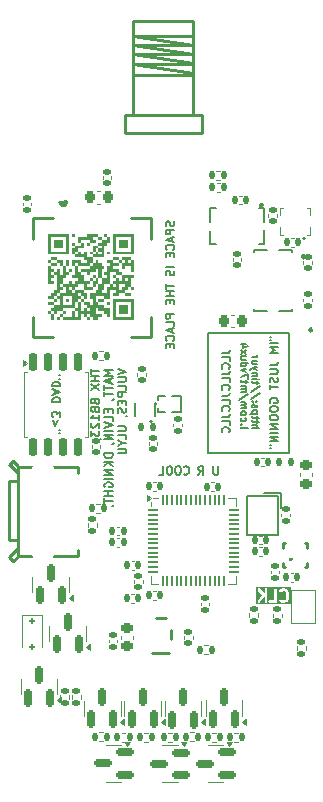
<source format=gbr>
%TF.GenerationSoftware,KiCad,Pcbnew,8.0.0*%
%TF.CreationDate,2024-03-28T21:59:47-07:00*%
%TF.ProjectId,lyrav3r1,6c797261-7633-4723-912e-6b696361645f,rev?*%
%TF.SameCoordinates,Original*%
%TF.FileFunction,Legend,Bot*%
%TF.FilePolarity,Positive*%
%FSLAX46Y46*%
G04 Gerber Fmt 4.6, Leading zero omitted, Abs format (unit mm)*
G04 Created by KiCad (PCBNEW 8.0.0) date 2024-03-28 21:59:47*
%MOMM*%
%LPD*%
G01*
G04 APERTURE LIST*
G04 Aperture macros list*
%AMRoundRect*
0 Rectangle with rounded corners*
0 $1 Rounding radius*
0 $2 $3 $4 $5 $6 $7 $8 $9 X,Y pos of 4 corners*
0 Add a 4 corners polygon primitive as box body*
4,1,4,$2,$3,$4,$5,$6,$7,$8,$9,$2,$3,0*
0 Add four circle primitives for the rounded corners*
1,1,$1+$1,$2,$3*
1,1,$1+$1,$4,$5*
1,1,$1+$1,$6,$7*
1,1,$1+$1,$8,$9*
0 Add four rect primitives between the rounded corners*
20,1,$1+$1,$2,$3,$4,$5,0*
20,1,$1+$1,$4,$5,$6,$7,0*
20,1,$1+$1,$6,$7,$8,$9,0*
20,1,$1+$1,$8,$9,$2,$3,0*%
G04 Aperture macros list end*
%ADD10C,0.250000*%
%ADD11C,0.175000*%
%ADD12C,0.150000*%
%ADD13C,0.120000*%
%ADD14C,0.400000*%
%ADD15C,0.200000*%
%ADD16C,0.100000*%
%ADD17C,0.140000*%
%ADD18C,0.000000*%
%ADD19C,5.600000*%
%ADD20R,2.000000X2.000000*%
%ADD21C,2.000000*%
%ADD22R,2.200000X2.200000*%
%ADD23C,2.200000*%
%ADD24C,1.800000*%
%ADD25RoundRect,0.140000X0.170000X-0.140000X0.170000X0.140000X-0.170000X0.140000X-0.170000X-0.140000X0*%
%ADD26RoundRect,0.135000X-0.135000X-0.185000X0.135000X-0.185000X0.135000X0.185000X-0.135000X0.185000X0*%
%ADD27RoundRect,0.140000X-0.170000X0.140000X-0.170000X-0.140000X0.170000X-0.140000X0.170000X0.140000X0*%
%ADD28RoundRect,0.135000X0.185000X-0.135000X0.185000X0.135000X-0.185000X0.135000X-0.185000X-0.135000X0*%
%ADD29RoundRect,0.140000X-0.140000X-0.170000X0.140000X-0.170000X0.140000X0.170000X-0.140000X0.170000X0*%
%ADD30RoundRect,0.140000X0.140000X0.170000X-0.140000X0.170000X-0.140000X-0.170000X0.140000X-0.170000X0*%
%ADD31RoundRect,0.135000X-0.185000X0.135000X-0.185000X-0.135000X0.185000X-0.135000X0.185000X0.135000X0*%
%ADD32RoundRect,0.150000X0.150000X-0.587500X0.150000X0.587500X-0.150000X0.587500X-0.150000X-0.587500X0*%
%ADD33RoundRect,0.135000X0.135000X0.185000X-0.135000X0.185000X-0.135000X-0.185000X0.135000X-0.185000X0*%
%ADD34R,0.500000X0.300000*%
%ADD35R,0.300000X0.500000*%
%ADD36RoundRect,0.150000X-0.150000X0.650000X-0.150000X-0.650000X0.150000X-0.650000X0.150000X0.650000X0*%
%ADD37RoundRect,0.150000X0.587500X0.150000X-0.587500X0.150000X-0.587500X-0.150000X0.587500X-0.150000X0*%
%ADD38RoundRect,0.125000X-0.125000X0.125000X-0.125000X-0.125000X0.125000X-0.125000X0.125000X0.125000X0*%
%ADD39R,0.800000X1.500000*%
%ADD40R,1.500000X0.800000*%
%ADD41R,0.800000X1.000000*%
%ADD42RoundRect,0.050000X-0.050000X0.387500X-0.050000X-0.387500X0.050000X-0.387500X0.050000X0.387500X0*%
%ADD43RoundRect,0.050000X-0.387500X0.050000X-0.387500X-0.050000X0.387500X-0.050000X0.387500X0.050000X0*%
%ADD44R,3.200000X3.200000*%
%ADD45RoundRect,0.225000X-0.250000X0.225000X-0.250000X-0.225000X0.250000X-0.225000X0.250000X0.225000X0*%
%ADD46RoundRect,0.147500X0.147500X0.172500X-0.147500X0.172500X-0.147500X-0.172500X0.147500X-0.172500X0*%
%ADD47RoundRect,0.225000X-0.225000X-0.250000X0.225000X-0.250000X0.225000X0.250000X-0.225000X0.250000X0*%
%ADD48R,0.250000X0.800000*%
%ADD49R,0.800000X0.250000*%
%ADD50R,1.500000X1.000000*%
%ADD51R,0.280000X0.580000*%
%ADD52R,1.600000X0.400000*%
%ADD53O,1.400000X1.200000*%
%ADD54O,1.900000X1.200000*%
%ADD55O,1.770000X0.450000*%
%ADD56R,0.600000X1.550000*%
%ADD57R,1.200000X5.000000*%
%ADD58R,1.400000X5.000000*%
%ADD59RoundRect,0.225000X0.225000X0.250000X-0.225000X0.250000X-0.225000X-0.250000X0.225000X-0.250000X0*%
%ADD60R,1.000000X0.600000*%
%ADD61RoundRect,0.147500X-0.147500X-0.172500X0.147500X-0.172500X0.147500X0.172500X-0.147500X0.172500X0*%
%ADD62R,0.280000X0.500000*%
%ADD63R,0.500000X0.280000*%
%ADD64R,0.500000X0.320000*%
%ADD65R,0.250000X0.520000*%
%ADD66R,0.420000X0.320000*%
%ADD67R,1.450000X0.850000*%
G04 APERTURE END LIST*
D10*
G36*
X22949450Y15125981D02*
G01*
X20021064Y15125981D01*
X20021064Y15382784D01*
X20146064Y15382784D01*
X20152962Y15334501D01*
X20177811Y15292534D01*
X20216829Y15263271D01*
X20264076Y15251166D01*
X20312359Y15258064D01*
X20354326Y15282913D01*
X20370879Y15300981D01*
X20712952Y15760183D01*
X20718764Y15754405D01*
X20719709Y15351595D01*
X20738373Y15306535D01*
X20772861Y15272047D01*
X20817921Y15253383D01*
X20866693Y15253383D01*
X20911753Y15272047D01*
X20946241Y15306535D01*
X20964905Y15351595D01*
X21053043Y15351595D01*
X21071707Y15306535D01*
X21106195Y15272047D01*
X21151255Y15253383D01*
X21175641Y15250981D01*
X21676217Y15253383D01*
X21721277Y15272047D01*
X21755765Y15306535D01*
X21774429Y15351595D01*
X21776831Y15375981D01*
X21776665Y15446835D01*
X21957805Y15446835D01*
X21976469Y15401775D01*
X21992014Y15382833D01*
X22028784Y15347938D01*
X22029273Y15346960D01*
X22035559Y15341509D01*
X22058574Y15319667D01*
X22062727Y15317947D01*
X22066119Y15315005D01*
X22088494Y15305015D01*
X22232290Y15259266D01*
X22246493Y15253383D01*
X22252703Y15252772D01*
X22255244Y15251963D01*
X22258535Y15252197D01*
X22270879Y15250981D01*
X22368098Y15252934D01*
X22381751Y15251963D01*
X22387753Y15253328D01*
X22390503Y15253383D01*
X22393554Y15254647D01*
X22405645Y15257396D01*
X22530714Y15301002D01*
X22533361Y15301002D01*
X22547435Y15306832D01*
X22570877Y15315005D01*
X22574269Y15317948D01*
X22578421Y15319667D01*
X22597363Y15335212D01*
X22691642Y15432384D01*
X22702961Y15442200D01*
X22706275Y15447465D01*
X22708146Y15449393D01*
X22709410Y15452445D01*
X22716015Y15462937D01*
X22758708Y15552391D01*
X22764854Y15560685D01*
X22771367Y15578916D01*
X22772392Y15581061D01*
X22772455Y15581961D01*
X22773099Y15583760D01*
X22817069Y15768149D01*
X22822048Y15780167D01*
X22823534Y15795257D01*
X22824302Y15798476D01*
X22824030Y15800299D01*
X22824450Y15804553D01*
X22822486Y15941284D01*
X22824302Y15953487D01*
X22822096Y15968403D01*
X22822048Y15971796D01*
X22821343Y15973498D01*
X22820718Y15977727D01*
X22773215Y16159316D01*
X22772392Y16170902D01*
X22765414Y16189136D01*
X22764854Y16191278D01*
X22764317Y16192003D01*
X22763634Y16193788D01*
X22713548Y16289525D01*
X22708145Y16302570D01*
X22704225Y16307347D01*
X22702961Y16309763D01*
X22700466Y16311927D01*
X22692600Y16321512D01*
X22608828Y16402792D01*
X22607723Y16405002D01*
X22596671Y16414587D01*
X22578420Y16432295D01*
X22574270Y16434014D01*
X22570877Y16436957D01*
X22548502Y16446948D01*
X22404706Y16492696D01*
X22390503Y16498579D01*
X22384291Y16499191D01*
X22381751Y16499999D01*
X22378460Y16499766D01*
X22366117Y16500981D01*
X22268896Y16499029D01*
X22255244Y16499999D01*
X22249241Y16498635D01*
X22246493Y16498579D01*
X22243443Y16497316D01*
X22231350Y16494566D01*
X22106282Y16450960D01*
X22103635Y16450960D01*
X22089561Y16445131D01*
X22066119Y16436957D01*
X22062726Y16434015D01*
X22058575Y16432295D01*
X22039633Y16416750D01*
X21976470Y16350189D01*
X21957805Y16305130D01*
X21957805Y16256356D01*
X21976470Y16211297D01*
X22010957Y16176810D01*
X22056016Y16158145D01*
X22104790Y16158145D01*
X22149849Y16176810D01*
X22168791Y16192355D01*
X22194112Y16219039D01*
X22286637Y16251298D01*
X22342247Y16252415D01*
X22439729Y16221401D01*
X22499776Y16163140D01*
X22532277Y16101014D01*
X22574565Y15939361D01*
X22576186Y15826503D01*
X22537695Y15665094D01*
X22504516Y15595574D01*
X22444164Y15533371D01*
X22350358Y15500665D01*
X22294750Y15499548D01*
X22196622Y15530768D01*
X22149850Y15575153D01*
X22104791Y15593818D01*
X22056018Y15593818D01*
X22010958Y15575154D01*
X21976470Y15540667D01*
X21957805Y15495608D01*
X21957805Y15446835D01*
X21776665Y15446835D01*
X21774429Y16400367D01*
X21755765Y16445427D01*
X21721277Y16479915D01*
X21676217Y16498579D01*
X21627445Y16498579D01*
X21582385Y16479915D01*
X21547897Y16445427D01*
X21529233Y16400367D01*
X21526831Y16375981D01*
X21528884Y15500392D01*
X21151255Y15498579D01*
X21106195Y15479915D01*
X21071707Y15445427D01*
X21053043Y15400367D01*
X21053043Y15351595D01*
X20964905Y15351595D01*
X20967307Y15375981D01*
X20964905Y16400367D01*
X20946241Y16445427D01*
X20911753Y16479915D01*
X20866693Y16498579D01*
X20817921Y16498579D01*
X20772861Y16479915D01*
X20738373Y16445427D01*
X20719709Y16400367D01*
X20717307Y16375981D01*
X20717943Y16104469D01*
X20340325Y16479914D01*
X20295266Y16498579D01*
X20246492Y16498579D01*
X20201433Y16479914D01*
X20166946Y16445427D01*
X20148281Y16400368D01*
X20148281Y16351594D01*
X20166946Y16306535D01*
X20182491Y16287593D01*
X20535522Y15936593D01*
X20158169Y15430031D01*
X20146064Y15382784D01*
X20021064Y15382784D01*
X20021064Y16625981D01*
X22949450Y16625981D01*
X22949450Y15125981D01*
G37*
D11*
X13020300Y47554936D02*
X13053633Y47454936D01*
X13053633Y47454936D02*
X13053633Y47288269D01*
X13053633Y47288269D02*
X13020300Y47221603D01*
X13020300Y47221603D02*
X12986966Y47188269D01*
X12986966Y47188269D02*
X12920300Y47154936D01*
X12920300Y47154936D02*
X12853633Y47154936D01*
X12853633Y47154936D02*
X12786966Y47188269D01*
X12786966Y47188269D02*
X12753633Y47221603D01*
X12753633Y47221603D02*
X12720300Y47288269D01*
X12720300Y47288269D02*
X12686966Y47421603D01*
X12686966Y47421603D02*
X12653633Y47488269D01*
X12653633Y47488269D02*
X12620300Y47521603D01*
X12620300Y47521603D02*
X12553633Y47554936D01*
X12553633Y47554936D02*
X12486966Y47554936D01*
X12486966Y47554936D02*
X12420300Y47521603D01*
X12420300Y47521603D02*
X12386966Y47488269D01*
X12386966Y47488269D02*
X12353633Y47421603D01*
X12353633Y47421603D02*
X12353633Y47254936D01*
X12353633Y47254936D02*
X12386966Y47154936D01*
X13053633Y46854936D02*
X12353633Y46854936D01*
X12353633Y46854936D02*
X12353633Y46588269D01*
X12353633Y46588269D02*
X12386966Y46521602D01*
X12386966Y46521602D02*
X12420300Y46488269D01*
X12420300Y46488269D02*
X12486966Y46454936D01*
X12486966Y46454936D02*
X12586966Y46454936D01*
X12586966Y46454936D02*
X12653633Y46488269D01*
X12653633Y46488269D02*
X12686966Y46521602D01*
X12686966Y46521602D02*
X12720300Y46588269D01*
X12720300Y46588269D02*
X12720300Y46854936D01*
X12853633Y46188269D02*
X12853633Y45854936D01*
X13053633Y46254936D02*
X12353633Y46021602D01*
X12353633Y46021602D02*
X13053633Y45788269D01*
X12986966Y45154936D02*
X13020300Y45188269D01*
X13020300Y45188269D02*
X13053633Y45288269D01*
X13053633Y45288269D02*
X13053633Y45354936D01*
X13053633Y45354936D02*
X13020300Y45454936D01*
X13020300Y45454936D02*
X12953633Y45521602D01*
X12953633Y45521602D02*
X12886966Y45554936D01*
X12886966Y45554936D02*
X12753633Y45588269D01*
X12753633Y45588269D02*
X12653633Y45588269D01*
X12653633Y45588269D02*
X12520300Y45554936D01*
X12520300Y45554936D02*
X12453633Y45521602D01*
X12453633Y45521602D02*
X12386966Y45454936D01*
X12386966Y45454936D02*
X12353633Y45354936D01*
X12353633Y45354936D02*
X12353633Y45288269D01*
X12353633Y45288269D02*
X12386966Y45188269D01*
X12386966Y45188269D02*
X12420300Y45154936D01*
X12686966Y44854936D02*
X12686966Y44621602D01*
X13053633Y44521602D02*
X13053633Y44854936D01*
X13053633Y44854936D02*
X12353633Y44854936D01*
X12353633Y44854936D02*
X12353633Y44521602D01*
X13053633Y43688270D02*
X12353633Y43688270D01*
X13020300Y43388270D02*
X13053633Y43288270D01*
X13053633Y43288270D02*
X13053633Y43121603D01*
X13053633Y43121603D02*
X13020300Y43054937D01*
X13020300Y43054937D02*
X12986966Y43021603D01*
X12986966Y43021603D02*
X12920300Y42988270D01*
X12920300Y42988270D02*
X12853633Y42988270D01*
X12853633Y42988270D02*
X12786966Y43021603D01*
X12786966Y43021603D02*
X12753633Y43054937D01*
X12753633Y43054937D02*
X12720300Y43121603D01*
X12720300Y43121603D02*
X12686966Y43254937D01*
X12686966Y43254937D02*
X12653633Y43321603D01*
X12653633Y43321603D02*
X12620300Y43354937D01*
X12620300Y43354937D02*
X12553633Y43388270D01*
X12553633Y43388270D02*
X12486966Y43388270D01*
X12486966Y43388270D02*
X12420300Y43354937D01*
X12420300Y43354937D02*
X12386966Y43321603D01*
X12386966Y43321603D02*
X12353633Y43254937D01*
X12353633Y43254937D02*
X12353633Y43088270D01*
X12353633Y43088270D02*
X12386966Y42988270D01*
X12353633Y42254937D02*
X12353633Y41854937D01*
X13053633Y42054937D02*
X12353633Y42054937D01*
X13053633Y41621604D02*
X12353633Y41621604D01*
X12686966Y41621604D02*
X12686966Y41221604D01*
X13053633Y41221604D02*
X12353633Y41221604D01*
X12686966Y40888271D02*
X12686966Y40654937D01*
X13053633Y40554937D02*
X13053633Y40888271D01*
X13053633Y40888271D02*
X12353633Y40888271D01*
X12353633Y40888271D02*
X12353633Y40554937D01*
X13053633Y39721605D02*
X12353633Y39721605D01*
X12353633Y39721605D02*
X12353633Y39454938D01*
X12353633Y39454938D02*
X12386966Y39388271D01*
X12386966Y39388271D02*
X12420300Y39354938D01*
X12420300Y39354938D02*
X12486966Y39321605D01*
X12486966Y39321605D02*
X12586966Y39321605D01*
X12586966Y39321605D02*
X12653633Y39354938D01*
X12653633Y39354938D02*
X12686966Y39388271D01*
X12686966Y39388271D02*
X12720300Y39454938D01*
X12720300Y39454938D02*
X12720300Y39721605D01*
X13053633Y38688271D02*
X13053633Y39021605D01*
X13053633Y39021605D02*
X12353633Y39021605D01*
X12853633Y38488271D02*
X12853633Y38154938D01*
X13053633Y38554938D02*
X12353633Y38321604D01*
X12353633Y38321604D02*
X13053633Y38088271D01*
X12986966Y37454938D02*
X13020300Y37488271D01*
X13020300Y37488271D02*
X13053633Y37588271D01*
X13053633Y37588271D02*
X13053633Y37654938D01*
X13053633Y37654938D02*
X13020300Y37754938D01*
X13020300Y37754938D02*
X12953633Y37821604D01*
X12953633Y37821604D02*
X12886966Y37854938D01*
X12886966Y37854938D02*
X12753633Y37888271D01*
X12753633Y37888271D02*
X12653633Y37888271D01*
X12653633Y37888271D02*
X12520300Y37854938D01*
X12520300Y37854938D02*
X12453633Y37821604D01*
X12453633Y37821604D02*
X12386966Y37754938D01*
X12386966Y37754938D02*
X12353633Y37654938D01*
X12353633Y37654938D02*
X12353633Y37588271D01*
X12353633Y37588271D02*
X12386966Y37488271D01*
X12386966Y37488271D02*
X12420300Y37454938D01*
X12686966Y37154938D02*
X12686966Y36921604D01*
X13053633Y36821604D02*
X13053633Y37154938D01*
X13053633Y37154938D02*
X12353633Y37154938D01*
X12353633Y37154938D02*
X12353633Y36821604D01*
X21142033Y37801336D02*
X21275366Y37801336D01*
X21142033Y37534669D02*
X21275366Y37534669D01*
X21842033Y37234670D02*
X21142033Y37234670D01*
X21842033Y36901337D02*
X21142033Y36901337D01*
X21142033Y36901337D02*
X21642033Y36668003D01*
X21642033Y36668003D02*
X21142033Y36434670D01*
X21142033Y36434670D02*
X21842033Y36434670D01*
X21142033Y35368004D02*
X21642033Y35368004D01*
X21642033Y35368004D02*
X21742033Y35401337D01*
X21742033Y35401337D02*
X21808700Y35468004D01*
X21808700Y35468004D02*
X21842033Y35568004D01*
X21842033Y35568004D02*
X21842033Y35634670D01*
X21142033Y35034671D02*
X21708700Y35034671D01*
X21708700Y35034671D02*
X21775366Y35001337D01*
X21775366Y35001337D02*
X21808700Y34968004D01*
X21808700Y34968004D02*
X21842033Y34901337D01*
X21842033Y34901337D02*
X21842033Y34768004D01*
X21842033Y34768004D02*
X21808700Y34701337D01*
X21808700Y34701337D02*
X21775366Y34668004D01*
X21775366Y34668004D02*
X21708700Y34634671D01*
X21708700Y34634671D02*
X21142033Y34634671D01*
X21808700Y34334671D02*
X21842033Y34234671D01*
X21842033Y34234671D02*
X21842033Y34068004D01*
X21842033Y34068004D02*
X21808700Y34001338D01*
X21808700Y34001338D02*
X21775366Y33968004D01*
X21775366Y33968004D02*
X21708700Y33934671D01*
X21708700Y33934671D02*
X21642033Y33934671D01*
X21642033Y33934671D02*
X21575366Y33968004D01*
X21575366Y33968004D02*
X21542033Y34001338D01*
X21542033Y34001338D02*
X21508700Y34068004D01*
X21508700Y34068004D02*
X21475366Y34201338D01*
X21475366Y34201338D02*
X21442033Y34268004D01*
X21442033Y34268004D02*
X21408700Y34301338D01*
X21408700Y34301338D02*
X21342033Y34334671D01*
X21342033Y34334671D02*
X21275366Y34334671D01*
X21275366Y34334671D02*
X21208700Y34301338D01*
X21208700Y34301338D02*
X21175366Y34268004D01*
X21175366Y34268004D02*
X21142033Y34201338D01*
X21142033Y34201338D02*
X21142033Y34034671D01*
X21142033Y34034671D02*
X21175366Y33934671D01*
X21142033Y33734671D02*
X21142033Y33334671D01*
X21842033Y33534671D02*
X21142033Y33534671D01*
X21175366Y32201338D02*
X21142033Y32268005D01*
X21142033Y32268005D02*
X21142033Y32368005D01*
X21142033Y32368005D02*
X21175366Y32468005D01*
X21175366Y32468005D02*
X21242033Y32534671D01*
X21242033Y32534671D02*
X21308700Y32568005D01*
X21308700Y32568005D02*
X21442033Y32601338D01*
X21442033Y32601338D02*
X21542033Y32601338D01*
X21542033Y32601338D02*
X21675366Y32568005D01*
X21675366Y32568005D02*
X21742033Y32534671D01*
X21742033Y32534671D02*
X21808700Y32468005D01*
X21808700Y32468005D02*
X21842033Y32368005D01*
X21842033Y32368005D02*
X21842033Y32301338D01*
X21842033Y32301338D02*
X21808700Y32201338D01*
X21808700Y32201338D02*
X21775366Y32168005D01*
X21775366Y32168005D02*
X21542033Y32168005D01*
X21542033Y32168005D02*
X21542033Y32301338D01*
X21142033Y31734671D02*
X21142033Y31601338D01*
X21142033Y31601338D02*
X21175366Y31534671D01*
X21175366Y31534671D02*
X21242033Y31468005D01*
X21242033Y31468005D02*
X21375366Y31434671D01*
X21375366Y31434671D02*
X21608700Y31434671D01*
X21608700Y31434671D02*
X21742033Y31468005D01*
X21742033Y31468005D02*
X21808700Y31534671D01*
X21808700Y31534671D02*
X21842033Y31601338D01*
X21842033Y31601338D02*
X21842033Y31734671D01*
X21842033Y31734671D02*
X21808700Y31801338D01*
X21808700Y31801338D02*
X21742033Y31868005D01*
X21742033Y31868005D02*
X21608700Y31901338D01*
X21608700Y31901338D02*
X21375366Y31901338D01*
X21375366Y31901338D02*
X21242033Y31868005D01*
X21242033Y31868005D02*
X21175366Y31801338D01*
X21175366Y31801338D02*
X21142033Y31734671D01*
X21142033Y31001338D02*
X21142033Y30868005D01*
X21142033Y30868005D02*
X21175366Y30801338D01*
X21175366Y30801338D02*
X21242033Y30734672D01*
X21242033Y30734672D02*
X21375366Y30701338D01*
X21375366Y30701338D02*
X21608700Y30701338D01*
X21608700Y30701338D02*
X21742033Y30734672D01*
X21742033Y30734672D02*
X21808700Y30801338D01*
X21808700Y30801338D02*
X21842033Y30868005D01*
X21842033Y30868005D02*
X21842033Y31001338D01*
X21842033Y31001338D02*
X21808700Y31068005D01*
X21808700Y31068005D02*
X21742033Y31134672D01*
X21742033Y31134672D02*
X21608700Y31168005D01*
X21608700Y31168005D02*
X21375366Y31168005D01*
X21375366Y31168005D02*
X21242033Y31134672D01*
X21242033Y31134672D02*
X21175366Y31068005D01*
X21175366Y31068005D02*
X21142033Y31001338D01*
X21842033Y30401339D02*
X21142033Y30401339D01*
X21142033Y30401339D02*
X21842033Y30001339D01*
X21842033Y30001339D02*
X21142033Y30001339D01*
X21842033Y29668006D02*
X21142033Y29668006D01*
X21842033Y29334673D02*
X21142033Y29334673D01*
X21142033Y29334673D02*
X21842033Y28934673D01*
X21842033Y28934673D02*
X21142033Y28934673D01*
X21142033Y28634673D02*
X21275366Y28634673D01*
X21142033Y28368006D02*
X21275366Y28368006D01*
D12*
X19681994Y30061742D02*
X20281994Y30061742D01*
X19681994Y30318884D02*
X19996280Y30318884D01*
X19996280Y30318884D02*
X20053423Y30290313D01*
X20053423Y30290313D02*
X20081994Y30233170D01*
X20081994Y30233170D02*
X20081994Y30147456D01*
X20081994Y30147456D02*
X20053423Y30090313D01*
X20053423Y30090313D02*
X20024851Y30061742D01*
X20081994Y30518884D02*
X20081994Y30747456D01*
X20281994Y30604599D02*
X19767708Y30604599D01*
X19767708Y30604599D02*
X19710566Y30633170D01*
X19710566Y30633170D02*
X19681994Y30690313D01*
X19681994Y30690313D02*
X19681994Y30747456D01*
X20081994Y30861741D02*
X20081994Y31090313D01*
X20281994Y30947456D02*
X19767708Y30947456D01*
X19767708Y30947456D02*
X19710566Y30976027D01*
X19710566Y30976027D02*
X19681994Y31033170D01*
X19681994Y31033170D02*
X19681994Y31090313D01*
X20081994Y31290313D02*
X19481994Y31290313D01*
X20053423Y31290313D02*
X20081994Y31347455D01*
X20081994Y31347455D02*
X20081994Y31461741D01*
X20081994Y31461741D02*
X20053423Y31518884D01*
X20053423Y31518884D02*
X20024851Y31547455D01*
X20024851Y31547455D02*
X19967708Y31576027D01*
X19967708Y31576027D02*
X19796280Y31576027D01*
X19796280Y31576027D02*
X19739137Y31547455D01*
X19739137Y31547455D02*
X19710566Y31518884D01*
X19710566Y31518884D02*
X19681994Y31461741D01*
X19681994Y31461741D02*
X19681994Y31347455D01*
X19681994Y31347455D02*
X19710566Y31290313D01*
X19710566Y31804598D02*
X19681994Y31861741D01*
X19681994Y31861741D02*
X19681994Y31976027D01*
X19681994Y31976027D02*
X19710566Y32033170D01*
X19710566Y32033170D02*
X19767708Y32061741D01*
X19767708Y32061741D02*
X19796280Y32061741D01*
X19796280Y32061741D02*
X19853423Y32033170D01*
X19853423Y32033170D02*
X19881994Y31976027D01*
X19881994Y31976027D02*
X19881994Y31890312D01*
X19881994Y31890312D02*
X19910566Y31833170D01*
X19910566Y31833170D02*
X19967708Y31804598D01*
X19967708Y31804598D02*
X19996280Y31804598D01*
X19996280Y31804598D02*
X20053423Y31833170D01*
X20053423Y31833170D02*
X20081994Y31890312D01*
X20081994Y31890312D02*
X20081994Y31976027D01*
X20081994Y31976027D02*
X20053423Y32033170D01*
X19739137Y32318884D02*
X19710566Y32347455D01*
X19710566Y32347455D02*
X19681994Y32318884D01*
X19681994Y32318884D02*
X19710566Y32290312D01*
X19710566Y32290312D02*
X19739137Y32318884D01*
X19739137Y32318884D02*
X19681994Y32318884D01*
X20053423Y32318884D02*
X20024851Y32347455D01*
X20024851Y32347455D02*
X19996280Y32318884D01*
X19996280Y32318884D02*
X20024851Y32290312D01*
X20024851Y32290312D02*
X20053423Y32318884D01*
X20053423Y32318884D02*
X19996280Y32318884D01*
X20310566Y33033169D02*
X19539137Y32518883D01*
X20310566Y33661740D02*
X19539137Y33147454D01*
X20081994Y33776025D02*
X20081994Y34004597D01*
X20281994Y33861740D02*
X19767708Y33861740D01*
X19767708Y33861740D02*
X19710566Y33890311D01*
X19710566Y33890311D02*
X19681994Y33947454D01*
X19681994Y33947454D02*
X19681994Y34004597D01*
X19681994Y34204597D02*
X20081994Y34204597D01*
X20281994Y34204597D02*
X20253423Y34176025D01*
X20253423Y34176025D02*
X20224851Y34204597D01*
X20224851Y34204597D02*
X20253423Y34233168D01*
X20253423Y34233168D02*
X20281994Y34204597D01*
X20281994Y34204597D02*
X20224851Y34204597D01*
X20081994Y34490311D02*
X19681994Y34490311D01*
X20024851Y34490311D02*
X20053423Y34518882D01*
X20053423Y34518882D02*
X20081994Y34576025D01*
X20081994Y34576025D02*
X20081994Y34661739D01*
X20081994Y34661739D02*
X20053423Y34718882D01*
X20053423Y34718882D02*
X19996280Y34747453D01*
X19996280Y34747453D02*
X19681994Y34747453D01*
X20081994Y34976025D02*
X19681994Y35118882D01*
X20081994Y35261739D02*
X19681994Y35118882D01*
X19681994Y35118882D02*
X19539137Y35061739D01*
X19539137Y35061739D02*
X19510566Y35033168D01*
X19510566Y35033168D02*
X19481994Y34976025D01*
X20081994Y35747453D02*
X19681994Y35747453D01*
X20081994Y35490311D02*
X19767708Y35490311D01*
X19767708Y35490311D02*
X19710566Y35518882D01*
X19710566Y35518882D02*
X19681994Y35576025D01*
X19681994Y35576025D02*
X19681994Y35661739D01*
X19681994Y35661739D02*
X19710566Y35718882D01*
X19710566Y35718882D02*
X19739137Y35747453D01*
X19681994Y36033168D02*
X20081994Y36033168D01*
X19967708Y36033168D02*
X20024851Y36061739D01*
X20024851Y36061739D02*
X20053423Y36090310D01*
X20053423Y36090310D02*
X20081994Y36147453D01*
X20081994Y36147453D02*
X20081994Y36204596D01*
X18716028Y30147456D02*
X18744600Y30090313D01*
X18744600Y30090313D02*
X18801742Y30061742D01*
X18801742Y30061742D02*
X19316028Y30061742D01*
X18773171Y30376028D02*
X18744600Y30404599D01*
X18744600Y30404599D02*
X18716028Y30376028D01*
X18716028Y30376028D02*
X18744600Y30347456D01*
X18744600Y30347456D02*
X18773171Y30376028D01*
X18773171Y30376028D02*
X18716028Y30376028D01*
X18744600Y30918884D02*
X18716028Y30861742D01*
X18716028Y30861742D02*
X18716028Y30747456D01*
X18716028Y30747456D02*
X18744600Y30690313D01*
X18744600Y30690313D02*
X18773171Y30661742D01*
X18773171Y30661742D02*
X18830314Y30633170D01*
X18830314Y30633170D02*
X19001742Y30633170D01*
X19001742Y30633170D02*
X19058885Y30661742D01*
X19058885Y30661742D02*
X19087457Y30690313D01*
X19087457Y30690313D02*
X19116028Y30747456D01*
X19116028Y30747456D02*
X19116028Y30861742D01*
X19116028Y30861742D02*
X19087457Y30918884D01*
X18716028Y31261742D02*
X18744600Y31204599D01*
X18744600Y31204599D02*
X18773171Y31176028D01*
X18773171Y31176028D02*
X18830314Y31147456D01*
X18830314Y31147456D02*
X19001742Y31147456D01*
X19001742Y31147456D02*
X19058885Y31176028D01*
X19058885Y31176028D02*
X19087457Y31204599D01*
X19087457Y31204599D02*
X19116028Y31261742D01*
X19116028Y31261742D02*
X19116028Y31347456D01*
X19116028Y31347456D02*
X19087457Y31404599D01*
X19087457Y31404599D02*
X19058885Y31433170D01*
X19058885Y31433170D02*
X19001742Y31461742D01*
X19001742Y31461742D02*
X18830314Y31461742D01*
X18830314Y31461742D02*
X18773171Y31433170D01*
X18773171Y31433170D02*
X18744600Y31404599D01*
X18744600Y31404599D02*
X18716028Y31347456D01*
X18716028Y31347456D02*
X18716028Y31261742D01*
X18716028Y31718885D02*
X19116028Y31718885D01*
X19058885Y31718885D02*
X19087457Y31747456D01*
X19087457Y31747456D02*
X19116028Y31804599D01*
X19116028Y31804599D02*
X19116028Y31890313D01*
X19116028Y31890313D02*
X19087457Y31947456D01*
X19087457Y31947456D02*
X19030314Y31976027D01*
X19030314Y31976027D02*
X18716028Y31976027D01*
X19030314Y31976027D02*
X19087457Y32004599D01*
X19087457Y32004599D02*
X19116028Y32061742D01*
X19116028Y32061742D02*
X19116028Y32147456D01*
X19116028Y32147456D02*
X19087457Y32204599D01*
X19087457Y32204599D02*
X19030314Y32233170D01*
X19030314Y32233170D02*
X18716028Y32233170D01*
X19344600Y32947456D02*
X18573171Y32433170D01*
X18716028Y33147456D02*
X19116028Y33147456D01*
X19058885Y33147456D02*
X19087457Y33176027D01*
X19087457Y33176027D02*
X19116028Y33233170D01*
X19116028Y33233170D02*
X19116028Y33318884D01*
X19116028Y33318884D02*
X19087457Y33376027D01*
X19087457Y33376027D02*
X19030314Y33404598D01*
X19030314Y33404598D02*
X18716028Y33404598D01*
X19030314Y33404598D02*
X19087457Y33433170D01*
X19087457Y33433170D02*
X19116028Y33490313D01*
X19116028Y33490313D02*
X19116028Y33576027D01*
X19116028Y33576027D02*
X19087457Y33633170D01*
X19087457Y33633170D02*
X19030314Y33661741D01*
X19030314Y33661741D02*
X18716028Y33661741D01*
X19116028Y33861741D02*
X19116028Y34090313D01*
X19316028Y33947456D02*
X18801742Y33947456D01*
X18801742Y33947456D02*
X18744600Y33976027D01*
X18744600Y33976027D02*
X18716028Y34033170D01*
X18716028Y34033170D02*
X18716028Y34090313D01*
X19316028Y34233170D02*
X19316028Y34633170D01*
X19316028Y34633170D02*
X18716028Y34376027D01*
X19116028Y34804599D02*
X18716028Y34947456D01*
X18716028Y34947456D02*
X19116028Y35090313D01*
X18716028Y35576027D02*
X19316028Y35576027D01*
X18744600Y35576027D02*
X18716028Y35518885D01*
X18716028Y35518885D02*
X18716028Y35404599D01*
X18716028Y35404599D02*
X18744600Y35347456D01*
X18744600Y35347456D02*
X18773171Y35318885D01*
X18773171Y35318885D02*
X18830314Y35290313D01*
X18830314Y35290313D02*
X19001742Y35290313D01*
X19001742Y35290313D02*
X19058885Y35318885D01*
X19058885Y35318885D02*
X19087457Y35347456D01*
X19087457Y35347456D02*
X19116028Y35404599D01*
X19116028Y35404599D02*
X19116028Y35518885D01*
X19116028Y35518885D02*
X19087457Y35576027D01*
X19116028Y36118884D02*
X18716028Y36118884D01*
X19116028Y35861742D02*
X18801742Y35861742D01*
X18801742Y35861742D02*
X18744600Y35890313D01*
X18744600Y35890313D02*
X18716028Y35947456D01*
X18716028Y35947456D02*
X18716028Y36033170D01*
X18716028Y36033170D02*
X18744600Y36090313D01*
X18744600Y36090313D02*
X18773171Y36118884D01*
X18716028Y36347456D02*
X19116028Y36661741D01*
X19116028Y36347456D02*
X18716028Y36661741D01*
X19116028Y37147455D02*
X18716028Y37147455D01*
X19344600Y37004598D02*
X18916028Y36861741D01*
X18916028Y36861741D02*
X18916028Y37233170D01*
D11*
X16793743Y26819758D02*
X16793743Y26253091D01*
X16793743Y26253091D02*
X16760410Y26186425D01*
X16760410Y26186425D02*
X16727076Y26153091D01*
X16727076Y26153091D02*
X16660410Y26119758D01*
X16660410Y26119758D02*
X16527076Y26119758D01*
X16527076Y26119758D02*
X16460410Y26153091D01*
X16460410Y26153091D02*
X16427076Y26186425D01*
X16427076Y26186425D02*
X16393743Y26253091D01*
X16393743Y26253091D02*
X16393743Y26819758D01*
X15127077Y26119758D02*
X15360410Y26453091D01*
X15527077Y26119758D02*
X15527077Y26819758D01*
X15527077Y26819758D02*
X15260410Y26819758D01*
X15260410Y26819758D02*
X15193744Y26786425D01*
X15193744Y26786425D02*
X15160410Y26753091D01*
X15160410Y26753091D02*
X15127077Y26686425D01*
X15127077Y26686425D02*
X15127077Y26586425D01*
X15127077Y26586425D02*
X15160410Y26519758D01*
X15160410Y26519758D02*
X15193744Y26486425D01*
X15193744Y26486425D02*
X15260410Y26453091D01*
X15260410Y26453091D02*
X15527077Y26453091D01*
X13893744Y26186425D02*
X13927077Y26153091D01*
X13927077Y26153091D02*
X14027077Y26119758D01*
X14027077Y26119758D02*
X14093744Y26119758D01*
X14093744Y26119758D02*
X14193744Y26153091D01*
X14193744Y26153091D02*
X14260411Y26219758D01*
X14260411Y26219758D02*
X14293744Y26286425D01*
X14293744Y26286425D02*
X14327077Y26419758D01*
X14327077Y26419758D02*
X14327077Y26519758D01*
X14327077Y26519758D02*
X14293744Y26653091D01*
X14293744Y26653091D02*
X14260411Y26719758D01*
X14260411Y26719758D02*
X14193744Y26786425D01*
X14193744Y26786425D02*
X14093744Y26819758D01*
X14093744Y26819758D02*
X14027077Y26819758D01*
X14027077Y26819758D02*
X13927077Y26786425D01*
X13927077Y26786425D02*
X13893744Y26753091D01*
X13460411Y26819758D02*
X13327077Y26819758D01*
X13327077Y26819758D02*
X13260411Y26786425D01*
X13260411Y26786425D02*
X13193744Y26719758D01*
X13193744Y26719758D02*
X13160411Y26586425D01*
X13160411Y26586425D02*
X13160411Y26353091D01*
X13160411Y26353091D02*
X13193744Y26219758D01*
X13193744Y26219758D02*
X13260411Y26153091D01*
X13260411Y26153091D02*
X13327077Y26119758D01*
X13327077Y26119758D02*
X13460411Y26119758D01*
X13460411Y26119758D02*
X13527077Y26153091D01*
X13527077Y26153091D02*
X13593744Y26219758D01*
X13593744Y26219758D02*
X13627077Y26353091D01*
X13627077Y26353091D02*
X13627077Y26586425D01*
X13627077Y26586425D02*
X13593744Y26719758D01*
X13593744Y26719758D02*
X13527077Y26786425D01*
X13527077Y26786425D02*
X13460411Y26819758D01*
X12727078Y26819758D02*
X12593744Y26819758D01*
X12593744Y26819758D02*
X12527078Y26786425D01*
X12527078Y26786425D02*
X12460411Y26719758D01*
X12460411Y26719758D02*
X12427078Y26586425D01*
X12427078Y26586425D02*
X12427078Y26353091D01*
X12427078Y26353091D02*
X12460411Y26219758D01*
X12460411Y26219758D02*
X12527078Y26153091D01*
X12527078Y26153091D02*
X12593744Y26119758D01*
X12593744Y26119758D02*
X12727078Y26119758D01*
X12727078Y26119758D02*
X12793744Y26153091D01*
X12793744Y26153091D02*
X12860411Y26219758D01*
X12860411Y26219758D02*
X12893744Y26353091D01*
X12893744Y26353091D02*
X12893744Y26586425D01*
X12893744Y26586425D02*
X12860411Y26719758D01*
X12860411Y26719758D02*
X12793744Y26786425D01*
X12793744Y26786425D02*
X12727078Y26819758D01*
X11793745Y26119758D02*
X12127078Y26119758D01*
X12127078Y26119758D02*
X12127078Y26819758D01*
X6035711Y35074003D02*
X6035711Y34674003D01*
X6735711Y34874003D02*
X6035711Y34874003D01*
X6735711Y34440670D02*
X6035711Y34440670D01*
X6369044Y34440670D02*
X6369044Y34040670D01*
X6735711Y34040670D02*
X6035711Y34040670D01*
X6035711Y33774003D02*
X6735711Y33307337D01*
X6035711Y33307337D02*
X6735711Y33774003D01*
X6369044Y32274003D02*
X6402378Y32174003D01*
X6402378Y32174003D02*
X6435711Y32140670D01*
X6435711Y32140670D02*
X6502378Y32107337D01*
X6502378Y32107337D02*
X6602378Y32107337D01*
X6602378Y32107337D02*
X6669044Y32140670D01*
X6669044Y32140670D02*
X6702378Y32174003D01*
X6702378Y32174003D02*
X6735711Y32240670D01*
X6735711Y32240670D02*
X6735711Y32507337D01*
X6735711Y32507337D02*
X6035711Y32507337D01*
X6035711Y32507337D02*
X6035711Y32274003D01*
X6035711Y32274003D02*
X6069044Y32207337D01*
X6069044Y32207337D02*
X6102378Y32174003D01*
X6102378Y32174003D02*
X6169044Y32140670D01*
X6169044Y32140670D02*
X6235711Y32140670D01*
X6235711Y32140670D02*
X6302378Y32174003D01*
X6302378Y32174003D02*
X6335711Y32207337D01*
X6335711Y32207337D02*
X6369044Y32274003D01*
X6369044Y32274003D02*
X6369044Y32507337D01*
X6369044Y31574003D02*
X6402378Y31474003D01*
X6402378Y31474003D02*
X6435711Y31440670D01*
X6435711Y31440670D02*
X6502378Y31407337D01*
X6502378Y31407337D02*
X6602378Y31407337D01*
X6602378Y31407337D02*
X6669044Y31440670D01*
X6669044Y31440670D02*
X6702378Y31474003D01*
X6702378Y31474003D02*
X6735711Y31540670D01*
X6735711Y31540670D02*
X6735711Y31807337D01*
X6735711Y31807337D02*
X6035711Y31807337D01*
X6035711Y31807337D02*
X6035711Y31574003D01*
X6035711Y31574003D02*
X6069044Y31507337D01*
X6069044Y31507337D02*
X6102378Y31474003D01*
X6102378Y31474003D02*
X6169044Y31440670D01*
X6169044Y31440670D02*
X6235711Y31440670D01*
X6235711Y31440670D02*
X6302378Y31474003D01*
X6302378Y31474003D02*
X6335711Y31507337D01*
X6335711Y31507337D02*
X6369044Y31574003D01*
X6369044Y31574003D02*
X6369044Y31807337D01*
X6735711Y30740670D02*
X6735711Y31140670D01*
X6735711Y30940670D02*
X6035711Y30940670D01*
X6035711Y30940670D02*
X6135711Y31007337D01*
X6135711Y31007337D02*
X6202378Y31074003D01*
X6202378Y31074003D02*
X6235711Y31140670D01*
X6102378Y30474003D02*
X6069044Y30440670D01*
X6069044Y30440670D02*
X6035711Y30374003D01*
X6035711Y30374003D02*
X6035711Y30207336D01*
X6035711Y30207336D02*
X6069044Y30140670D01*
X6069044Y30140670D02*
X6102378Y30107336D01*
X6102378Y30107336D02*
X6169044Y30074003D01*
X6169044Y30074003D02*
X6235711Y30074003D01*
X6235711Y30074003D02*
X6335711Y30107336D01*
X6335711Y30107336D02*
X6735711Y30507336D01*
X6735711Y30507336D02*
X6735711Y30074003D01*
X6035711Y29840669D02*
X6035711Y29407336D01*
X6035711Y29407336D02*
X6302378Y29640669D01*
X6302378Y29640669D02*
X6302378Y29540669D01*
X6302378Y29540669D02*
X6335711Y29474003D01*
X6335711Y29474003D02*
X6369044Y29440669D01*
X6369044Y29440669D02*
X6435711Y29407336D01*
X6435711Y29407336D02*
X6602378Y29407336D01*
X6602378Y29407336D02*
X6669044Y29440669D01*
X6669044Y29440669D02*
X6702378Y29474003D01*
X6702378Y29474003D02*
X6735711Y29540669D01*
X6735711Y29540669D02*
X6735711Y29740669D01*
X6735711Y29740669D02*
X6702378Y29807336D01*
X6702378Y29807336D02*
X6669044Y29840669D01*
X6702378Y29074002D02*
X6735711Y29074002D01*
X6735711Y29074002D02*
X6802378Y29107336D01*
X6802378Y29107336D02*
X6835711Y29140669D01*
X7862672Y34974003D02*
X7162672Y34974003D01*
X7162672Y34974003D02*
X7662672Y34740669D01*
X7662672Y34740669D02*
X7162672Y34507336D01*
X7162672Y34507336D02*
X7862672Y34507336D01*
X7662672Y34207336D02*
X7662672Y33874003D01*
X7862672Y34274003D02*
X7162672Y34040669D01*
X7162672Y34040669D02*
X7862672Y33807336D01*
X7162672Y33674003D02*
X7162672Y33274003D01*
X7862672Y33474003D02*
X7162672Y33474003D01*
X7162672Y33140670D02*
X7162672Y32740670D01*
X7862672Y32940670D02*
X7162672Y32940670D01*
X7829339Y32474003D02*
X7862672Y32474003D01*
X7862672Y32474003D02*
X7929339Y32507337D01*
X7929339Y32507337D02*
X7962672Y32540670D01*
X7496005Y31640671D02*
X7496005Y31407337D01*
X7862672Y31307337D02*
X7862672Y31640671D01*
X7862672Y31640671D02*
X7162672Y31640671D01*
X7162672Y31640671D02*
X7162672Y31307337D01*
X7862672Y30674004D02*
X7862672Y31007338D01*
X7862672Y31007338D02*
X7162672Y31007338D01*
X7162672Y30540671D02*
X7862672Y30307337D01*
X7862672Y30307337D02*
X7162672Y30074004D01*
X7862672Y29840671D02*
X7162672Y29840671D01*
X7862672Y29507338D02*
X7162672Y29507338D01*
X7162672Y29507338D02*
X7862672Y29107338D01*
X7862672Y29107338D02*
X7162672Y29107338D01*
X7829339Y28740671D02*
X7862672Y28740671D01*
X7862672Y28740671D02*
X7929339Y28774005D01*
X7929339Y28774005D02*
X7962672Y28807338D01*
X7862672Y27907339D02*
X7162672Y27907339D01*
X7162672Y27907339D02*
X7162672Y27740672D01*
X7162672Y27740672D02*
X7196005Y27640672D01*
X7196005Y27640672D02*
X7262672Y27574005D01*
X7262672Y27574005D02*
X7329339Y27540672D01*
X7329339Y27540672D02*
X7462672Y27507339D01*
X7462672Y27507339D02*
X7562672Y27507339D01*
X7562672Y27507339D02*
X7696005Y27540672D01*
X7696005Y27540672D02*
X7762672Y27574005D01*
X7762672Y27574005D02*
X7829339Y27640672D01*
X7829339Y27640672D02*
X7862672Y27740672D01*
X7862672Y27740672D02*
X7862672Y27907339D01*
X7862672Y27207339D02*
X7162672Y27207339D01*
X7862672Y26807339D02*
X7462672Y27107339D01*
X7162672Y26807339D02*
X7562672Y27207339D01*
X7862672Y26507339D02*
X7162672Y26507339D01*
X7162672Y26507339D02*
X7862672Y26107339D01*
X7862672Y26107339D02*
X7162672Y26107339D01*
X7862672Y25774006D02*
X7162672Y25774006D01*
X7196005Y25074006D02*
X7162672Y25140673D01*
X7162672Y25140673D02*
X7162672Y25240673D01*
X7162672Y25240673D02*
X7196005Y25340673D01*
X7196005Y25340673D02*
X7262672Y25407339D01*
X7262672Y25407339D02*
X7329339Y25440673D01*
X7329339Y25440673D02*
X7462672Y25474006D01*
X7462672Y25474006D02*
X7562672Y25474006D01*
X7562672Y25474006D02*
X7696005Y25440673D01*
X7696005Y25440673D02*
X7762672Y25407339D01*
X7762672Y25407339D02*
X7829339Y25340673D01*
X7829339Y25340673D02*
X7862672Y25240673D01*
X7862672Y25240673D02*
X7862672Y25174006D01*
X7862672Y25174006D02*
X7829339Y25074006D01*
X7829339Y25074006D02*
X7796005Y25040673D01*
X7796005Y25040673D02*
X7562672Y25040673D01*
X7562672Y25040673D02*
X7562672Y25174006D01*
X7862672Y24740673D02*
X7162672Y24740673D01*
X7496005Y24740673D02*
X7496005Y24340673D01*
X7862672Y24340673D02*
X7162672Y24340673D01*
X7162672Y24107340D02*
X7162672Y23707340D01*
X7862672Y23907340D02*
X7162672Y23907340D01*
X7829339Y23440673D02*
X7862672Y23440673D01*
X7862672Y23440673D02*
X7929339Y23474007D01*
X7929339Y23474007D02*
X7962672Y23507340D01*
X8289633Y35074003D02*
X8989633Y34840669D01*
X8989633Y34840669D02*
X8289633Y34607336D01*
X8289633Y34374003D02*
X8856300Y34374003D01*
X8856300Y34374003D02*
X8922966Y34340669D01*
X8922966Y34340669D02*
X8956300Y34307336D01*
X8956300Y34307336D02*
X8989633Y34240669D01*
X8989633Y34240669D02*
X8989633Y34107336D01*
X8989633Y34107336D02*
X8956300Y34040669D01*
X8956300Y34040669D02*
X8922966Y34007336D01*
X8922966Y34007336D02*
X8856300Y33974003D01*
X8856300Y33974003D02*
X8289633Y33974003D01*
X8989633Y33307336D02*
X8989633Y33640670D01*
X8989633Y33640670D02*
X8289633Y33640670D01*
X8989633Y33074003D02*
X8289633Y33074003D01*
X8289633Y33074003D02*
X8289633Y32807336D01*
X8289633Y32807336D02*
X8322966Y32740669D01*
X8322966Y32740669D02*
X8356300Y32707336D01*
X8356300Y32707336D02*
X8422966Y32674003D01*
X8422966Y32674003D02*
X8522966Y32674003D01*
X8522966Y32674003D02*
X8589633Y32707336D01*
X8589633Y32707336D02*
X8622966Y32740669D01*
X8622966Y32740669D02*
X8656300Y32807336D01*
X8656300Y32807336D02*
X8656300Y33074003D01*
X8622966Y32374003D02*
X8622966Y32140669D01*
X8989633Y32040669D02*
X8989633Y32374003D01*
X8989633Y32374003D02*
X8289633Y32374003D01*
X8289633Y32374003D02*
X8289633Y32040669D01*
X8956300Y31774003D02*
X8989633Y31674003D01*
X8989633Y31674003D02*
X8989633Y31507336D01*
X8989633Y31507336D02*
X8956300Y31440670D01*
X8956300Y31440670D02*
X8922966Y31407336D01*
X8922966Y31407336D02*
X8856300Y31374003D01*
X8856300Y31374003D02*
X8789633Y31374003D01*
X8789633Y31374003D02*
X8722966Y31407336D01*
X8722966Y31407336D02*
X8689633Y31440670D01*
X8689633Y31440670D02*
X8656300Y31507336D01*
X8656300Y31507336D02*
X8622966Y31640670D01*
X8622966Y31640670D02*
X8589633Y31707336D01*
X8589633Y31707336D02*
X8556300Y31740670D01*
X8556300Y31740670D02*
X8489633Y31774003D01*
X8489633Y31774003D02*
X8422966Y31774003D01*
X8422966Y31774003D02*
X8356300Y31740670D01*
X8356300Y31740670D02*
X8322966Y31707336D01*
X8322966Y31707336D02*
X8289633Y31640670D01*
X8289633Y31640670D02*
X8289633Y31474003D01*
X8289633Y31474003D02*
X8322966Y31374003D01*
X8956300Y31040669D02*
X8989633Y31040669D01*
X8989633Y31040669D02*
X9056300Y31074003D01*
X9056300Y31074003D02*
X9089633Y31107336D01*
X8289633Y30207337D02*
X8856300Y30207337D01*
X8856300Y30207337D02*
X8922966Y30174003D01*
X8922966Y30174003D02*
X8956300Y30140670D01*
X8956300Y30140670D02*
X8989633Y30074003D01*
X8989633Y30074003D02*
X8989633Y29940670D01*
X8989633Y29940670D02*
X8956300Y29874003D01*
X8956300Y29874003D02*
X8922966Y29840670D01*
X8922966Y29840670D02*
X8856300Y29807337D01*
X8856300Y29807337D02*
X8289633Y29807337D01*
X8989633Y29140670D02*
X8989633Y29474004D01*
X8989633Y29474004D02*
X8289633Y29474004D01*
X8656300Y28774003D02*
X8989633Y28774003D01*
X8289633Y29007337D02*
X8656300Y28774003D01*
X8656300Y28774003D02*
X8289633Y28540670D01*
X8289633Y28307337D02*
X8856300Y28307337D01*
X8856300Y28307337D02*
X8922966Y28274003D01*
X8922966Y28274003D02*
X8956300Y28240670D01*
X8956300Y28240670D02*
X8989633Y28174003D01*
X8989633Y28174003D02*
X8989633Y28040670D01*
X8989633Y28040670D02*
X8956300Y27974003D01*
X8956300Y27974003D02*
X8922966Y27940670D01*
X8922966Y27940670D02*
X8856300Y27907337D01*
X8856300Y27907337D02*
X8289633Y27907337D01*
X17078033Y36399603D02*
X17578033Y36399603D01*
X17578033Y36399603D02*
X17678033Y36432936D01*
X17678033Y36432936D02*
X17744700Y36499603D01*
X17744700Y36499603D02*
X17778033Y36599603D01*
X17778033Y36599603D02*
X17778033Y36666269D01*
X17778033Y35732936D02*
X17778033Y36066270D01*
X17778033Y36066270D02*
X17078033Y36066270D01*
X17711366Y35099603D02*
X17744700Y35132936D01*
X17744700Y35132936D02*
X17778033Y35232936D01*
X17778033Y35232936D02*
X17778033Y35299603D01*
X17778033Y35299603D02*
X17744700Y35399603D01*
X17744700Y35399603D02*
X17678033Y35466269D01*
X17678033Y35466269D02*
X17611366Y35499603D01*
X17611366Y35499603D02*
X17478033Y35532936D01*
X17478033Y35532936D02*
X17378033Y35532936D01*
X17378033Y35532936D02*
X17244700Y35499603D01*
X17244700Y35499603D02*
X17178033Y35466269D01*
X17178033Y35466269D02*
X17111366Y35399603D01*
X17111366Y35399603D02*
X17078033Y35299603D01*
X17078033Y35299603D02*
X17078033Y35232936D01*
X17078033Y35232936D02*
X17111366Y35132936D01*
X17111366Y35132936D02*
X17144700Y35099603D01*
X17078033Y34599603D02*
X17578033Y34599603D01*
X17578033Y34599603D02*
X17678033Y34632936D01*
X17678033Y34632936D02*
X17744700Y34699603D01*
X17744700Y34699603D02*
X17778033Y34799603D01*
X17778033Y34799603D02*
X17778033Y34866269D01*
X17778033Y33932936D02*
X17778033Y34266270D01*
X17778033Y34266270D02*
X17078033Y34266270D01*
X17711366Y33299603D02*
X17744700Y33332936D01*
X17744700Y33332936D02*
X17778033Y33432936D01*
X17778033Y33432936D02*
X17778033Y33499603D01*
X17778033Y33499603D02*
X17744700Y33599603D01*
X17744700Y33599603D02*
X17678033Y33666269D01*
X17678033Y33666269D02*
X17611366Y33699603D01*
X17611366Y33699603D02*
X17478033Y33732936D01*
X17478033Y33732936D02*
X17378033Y33732936D01*
X17378033Y33732936D02*
X17244700Y33699603D01*
X17244700Y33699603D02*
X17178033Y33666269D01*
X17178033Y33666269D02*
X17111366Y33599603D01*
X17111366Y33599603D02*
X17078033Y33499603D01*
X17078033Y33499603D02*
X17078033Y33432936D01*
X17078033Y33432936D02*
X17111366Y33332936D01*
X17111366Y33332936D02*
X17144700Y33299603D01*
X17078033Y32799603D02*
X17578033Y32799603D01*
X17578033Y32799603D02*
X17678033Y32832936D01*
X17678033Y32832936D02*
X17744700Y32899603D01*
X17744700Y32899603D02*
X17778033Y32999603D01*
X17778033Y32999603D02*
X17778033Y33066269D01*
X17778033Y32132936D02*
X17778033Y32466270D01*
X17778033Y32466270D02*
X17078033Y32466270D01*
X17711366Y31499603D02*
X17744700Y31532936D01*
X17744700Y31532936D02*
X17778033Y31632936D01*
X17778033Y31632936D02*
X17778033Y31699603D01*
X17778033Y31699603D02*
X17744700Y31799603D01*
X17744700Y31799603D02*
X17678033Y31866269D01*
X17678033Y31866269D02*
X17611366Y31899603D01*
X17611366Y31899603D02*
X17478033Y31932936D01*
X17478033Y31932936D02*
X17378033Y31932936D01*
X17378033Y31932936D02*
X17244700Y31899603D01*
X17244700Y31899603D02*
X17178033Y31866269D01*
X17178033Y31866269D02*
X17111366Y31799603D01*
X17111366Y31799603D02*
X17078033Y31699603D01*
X17078033Y31699603D02*
X17078033Y31632936D01*
X17078033Y31632936D02*
X17111366Y31532936D01*
X17111366Y31532936D02*
X17144700Y31499603D01*
X17078033Y30999603D02*
X17578033Y30999603D01*
X17578033Y30999603D02*
X17678033Y31032936D01*
X17678033Y31032936D02*
X17744700Y31099603D01*
X17744700Y31099603D02*
X17778033Y31199603D01*
X17778033Y31199603D02*
X17778033Y31266269D01*
X17778033Y30332936D02*
X17778033Y30666270D01*
X17778033Y30666270D02*
X17078033Y30666270D01*
X17711366Y29699603D02*
X17744700Y29732936D01*
X17744700Y29732936D02*
X17778033Y29832936D01*
X17778033Y29832936D02*
X17778033Y29899603D01*
X17778033Y29899603D02*
X17744700Y29999603D01*
X17744700Y29999603D02*
X17678033Y30066269D01*
X17678033Y30066269D02*
X17611366Y30099603D01*
X17611366Y30099603D02*
X17478033Y30132936D01*
X17478033Y30132936D02*
X17378033Y30132936D01*
X17378033Y30132936D02*
X17244700Y30099603D01*
X17244700Y30099603D02*
X17178033Y30066269D01*
X17178033Y30066269D02*
X17111366Y29999603D01*
X17111366Y29999603D02*
X17078033Y29899603D01*
X17078033Y29899603D02*
X17078033Y29832936D01*
X17078033Y29832936D02*
X17111366Y29732936D01*
X17111366Y29732936D02*
X17144700Y29699603D01*
X3443157Y29645924D02*
X3309824Y29645924D01*
X3443157Y29912590D02*
X3309824Y29912590D01*
X3209824Y30745923D02*
X3009824Y30212590D01*
X3009824Y30212590D02*
X2809824Y30745923D01*
X3443157Y31012590D02*
X3443157Y31445924D01*
X3443157Y31445924D02*
X3176491Y31212590D01*
X3176491Y31212590D02*
X3176491Y31312590D01*
X3176491Y31312590D02*
X3143157Y31379257D01*
X3143157Y31379257D02*
X3109824Y31412590D01*
X3109824Y31412590D02*
X3043157Y31445924D01*
X3043157Y31445924D02*
X2876491Y31445924D01*
X2876491Y31445924D02*
X2809824Y31412590D01*
X2809824Y31412590D02*
X2776491Y31379257D01*
X2776491Y31379257D02*
X2743157Y31312590D01*
X2743157Y31312590D02*
X2743157Y31112590D01*
X2743157Y31112590D02*
X2776491Y31045924D01*
X2776491Y31045924D02*
X2809824Y31012590D01*
X2743157Y32279257D02*
X3443157Y32279257D01*
X3443157Y32279257D02*
X3443157Y32445924D01*
X3443157Y32445924D02*
X3409824Y32545924D01*
X3409824Y32545924D02*
X3343157Y32612590D01*
X3343157Y32612590D02*
X3276491Y32645924D01*
X3276491Y32645924D02*
X3143157Y32679257D01*
X3143157Y32679257D02*
X3043157Y32679257D01*
X3043157Y32679257D02*
X2909824Y32645924D01*
X2909824Y32645924D02*
X2843157Y32612590D01*
X2843157Y32612590D02*
X2776491Y32545924D01*
X2776491Y32545924D02*
X2743157Y32445924D01*
X2743157Y32445924D02*
X2743157Y32279257D01*
X2943157Y32945924D02*
X2943157Y33279257D01*
X2743157Y32879257D02*
X3443157Y33112590D01*
X3443157Y33112590D02*
X2743157Y33345924D01*
X2743157Y33579257D02*
X3443157Y33579257D01*
X3443157Y33579257D02*
X3443157Y33745924D01*
X3443157Y33745924D02*
X3409824Y33845924D01*
X3409824Y33845924D02*
X3343157Y33912590D01*
X3343157Y33912590D02*
X3276491Y33945924D01*
X3276491Y33945924D02*
X3143157Y33979257D01*
X3143157Y33979257D02*
X3043157Y33979257D01*
X3043157Y33979257D02*
X2909824Y33945924D01*
X2909824Y33945924D02*
X2843157Y33912590D01*
X2843157Y33912590D02*
X2776491Y33845924D01*
X2776491Y33845924D02*
X2743157Y33745924D01*
X2743157Y33745924D02*
X2743157Y33579257D01*
X3443157Y34245924D02*
X3309824Y34245924D01*
X3443157Y34512590D02*
X3309824Y34512590D01*
D13*
%TO.C,C10*%
X240800Y49130436D02*
X240800Y48914764D01*
X960800Y49130436D02*
X960800Y48914764D01*
%TO.C,R7*%
X16602041Y4266800D02*
X16294759Y4266800D01*
X16602041Y3506800D02*
X16294759Y3506800D01*
%TO.C,C29*%
X7025200Y51149964D02*
X7025200Y51365636D01*
X7745200Y51149964D02*
X7745200Y51365636D01*
%TO.C,R18*%
X5758000Y21998241D02*
X5758000Y21690959D01*
X6518000Y21998241D02*
X6518000Y21690959D01*
%TO.C,C3*%
X9649436Y16007000D02*
X9433764Y16007000D01*
X9649436Y15287000D02*
X9433764Y15287000D01*
%TO.C,C18*%
X9459164Y18801000D02*
X9674836Y18801000D01*
X9459164Y18081000D02*
X9674836Y18081000D01*
%TO.C,R28*%
X19423200Y14087859D02*
X19423200Y14395141D01*
X20183200Y14087859D02*
X20183200Y14395141D01*
%TO.C,Q4*%
X15728600Y6993700D02*
X15728600Y6343700D01*
X15728600Y5693700D02*
X15728600Y6343700D01*
X18848600Y6993700D02*
X18848600Y6343700D01*
X18848600Y5693700D02*
X18848600Y6343700D01*
X19128600Y4941200D02*
X18798600Y5181200D01*
X19128600Y5421200D01*
X19128600Y4941200D01*
G36*
X19128600Y4941200D02*
G01*
X18798600Y5181200D01*
X19128600Y5421200D01*
X19128600Y4941200D01*
G37*
%TO.C,Q1*%
X2510400Y13322900D02*
X2510400Y12672900D01*
X2510400Y12022900D02*
X2510400Y12672900D01*
X5630400Y13322900D02*
X5630400Y12672900D01*
X5630400Y12022900D02*
X5630400Y12672900D01*
X5910400Y11270400D02*
X5580400Y11510400D01*
X5910400Y11750400D01*
X5910400Y11270400D01*
G36*
X5910400Y11270400D02*
G01*
X5580400Y11510400D01*
X5910400Y11750400D01*
X5910400Y11270400D01*
G37*
%TO.C,R2*%
X4386400Y7111359D02*
X4386400Y7418641D01*
X5146400Y7111359D02*
X5146400Y7418641D01*
%TO.C,R13*%
X16652359Y51841000D02*
X16959641Y51841000D01*
X16652359Y51081000D02*
X16959641Y51081000D01*
%TO.C,R3*%
X21404400Y14346941D02*
X21404400Y14039659D01*
X22164400Y14346941D02*
X22164400Y14039659D01*
%TO.C,C24*%
X16405836Y25455800D02*
X16190164Y25455800D01*
X16405836Y24735800D02*
X16190164Y24735800D01*
%TO.C,C1*%
X18020800Y44241164D02*
X18020800Y44456836D01*
X18740800Y44241164D02*
X18740800Y44456836D01*
%TO.C,R9*%
X8625959Y4266800D02*
X8933241Y4266800D01*
X8625959Y3506800D02*
X8933241Y3506800D01*
%TO.C,Q9*%
X5418400Y6972900D02*
X5418400Y6322900D01*
X5418400Y5672900D02*
X5418400Y6322900D01*
X8538400Y6972900D02*
X8538400Y6322900D01*
X8538400Y5672900D02*
X8538400Y6322900D01*
X8818400Y4920400D02*
X8488400Y5160400D01*
X8818400Y5400400D01*
X8818400Y4920400D01*
G36*
X8818400Y4920400D02*
G01*
X8488400Y5160400D01*
X8818400Y5400400D01*
X8818400Y4920400D01*
G37*
%TO.C,C12*%
X23134236Y17785000D02*
X22918564Y17785000D01*
X23134236Y17065000D02*
X22918564Y17065000D01*
D10*
%TO.C,U3*%
X22285800Y20299200D02*
X22425800Y20299200D01*
X22285800Y19909200D02*
X22285800Y20299200D01*
X22285800Y18259200D02*
X22285800Y18649200D01*
X22425800Y18259200D02*
X22285800Y18259200D01*
X24185800Y20299200D02*
X24315800Y20299200D01*
X24315800Y20299200D02*
X24315800Y19909200D01*
X24315800Y18649200D02*
X24315800Y18259200D01*
X24315800Y18259200D02*
X24185800Y18259200D01*
X23005800Y18949200D02*
G75*
G02*
X22885800Y18949200I-60000J0D01*
G01*
X22885800Y18949200D02*
G75*
G02*
X23005800Y18949200I60000J0D01*
G01*
D13*
%TO.C,R15*%
X6748841Y23647000D02*
X6441559Y23647000D01*
X6748841Y22887000D02*
X6441559Y22887000D01*
%TO.C,U9*%
X314200Y34780400D02*
X314200Y32055400D01*
X314200Y29330400D02*
X314200Y32055400D01*
X574200Y34780400D02*
X314200Y34780400D01*
X574200Y29330400D02*
X314200Y29330400D01*
X5504200Y34780400D02*
X5764200Y34780400D01*
X5504200Y29330400D02*
X5764200Y29330400D01*
X5764200Y34780400D02*
X5764200Y32055400D01*
X5764200Y29330400D02*
X5764200Y32055400D01*
X574200Y35562900D02*
X244200Y35322900D01*
X244200Y35802900D01*
X574200Y35562900D01*
G36*
X574200Y35562900D02*
G01*
X244200Y35322900D01*
X244200Y35802900D01*
X574200Y35562900D01*
G37*
%TO.C,Q3*%
X12056400Y3195700D02*
X12706400Y3195700D01*
X12056400Y75700D02*
X12706400Y75700D01*
X13356400Y3195700D02*
X12706400Y3195700D01*
X13356400Y75700D02*
X12706400Y75700D01*
X13868900Y3145700D02*
X13628900Y3475700D01*
X14108900Y3475700D01*
X13868900Y3145700D01*
G36*
X13868900Y3145700D02*
G01*
X13628900Y3475700D01*
X14108900Y3475700D01*
X13868900Y3145700D01*
G37*
%TO.C,D1*%
X208000Y11549000D02*
X208000Y14209000D01*
X1908000Y14209000D02*
X208000Y14209000D01*
X1908000Y11549000D02*
X1908000Y14209000D01*
%TO.C,R16*%
X16654359Y50825000D02*
X16961641Y50825000D01*
X16654359Y50065000D02*
X16961641Y50065000D01*
%TO.C,C28*%
X9943600Y34487564D02*
X9943600Y34703236D01*
X10663600Y34487564D02*
X10663600Y34703236D01*
%TO.C,C21*%
X20469836Y20934600D02*
X20254164Y20934600D01*
X20469836Y20214600D02*
X20254164Y20214600D01*
%TO.C,R1*%
X23436400Y11584241D02*
X23436400Y11276959D01*
X24196400Y11584241D02*
X24196400Y11276959D01*
%TO.C,C33*%
X12991600Y30220364D02*
X12991600Y30436036D01*
X13711600Y30220364D02*
X13711600Y30436036D01*
%TO.C,C4*%
X21244000Y17751564D02*
X21244000Y17967236D01*
X21964000Y17751564D02*
X21964000Y17967236D01*
D10*
%TO.C,U1*%
X1087200Y47803400D02*
X1087200Y46103400D01*
X1087200Y47803400D02*
X2787200Y47803400D01*
X1087200Y37803400D02*
X1087200Y39503400D01*
X1087200Y37803400D02*
X2787200Y37803400D01*
X11087200Y47803400D02*
X9387200Y47803400D01*
X11087200Y47803400D02*
X11087200Y46103400D01*
X11087200Y37803400D02*
X9387200Y37803400D01*
X11087200Y37803400D02*
X11087200Y39503400D01*
D14*
X3877200Y49153400D02*
G75*
G02*
X3477200Y49153400I-200000J0D01*
G01*
X3477200Y49153400D02*
G75*
G02*
X3877200Y49153400I200000J0D01*
G01*
D13*
%TO.C,Q5*%
X8860400Y6972900D02*
X8860400Y6322900D01*
X8860400Y5672900D02*
X8860400Y6322900D01*
X11980400Y6972900D02*
X11980400Y6322900D01*
X11980400Y5672900D02*
X11980400Y6322900D01*
X12260400Y4920400D02*
X11930400Y5160400D01*
X12260400Y5400400D01*
X12260400Y4920400D01*
G36*
X12260400Y4920400D02*
G01*
X11930400Y5160400D01*
X12260400Y5400400D01*
X12260400Y4920400D01*
G37*
%TO.C,R6*%
X15920241Y11658200D02*
X15612959Y11658200D01*
X15920241Y10898200D02*
X15612959Y10898200D01*
%TO.C,R17*%
X18458241Y4266800D02*
X18150959Y4266800D01*
X18458241Y3506800D02*
X18150959Y3506800D01*
%TO.C,C23*%
X11313364Y16261000D02*
X11529036Y16261000D01*
X11313364Y15541000D02*
X11529036Y15541000D01*
D12*
%TO.C,X2*%
X19235200Y24307400D02*
X21895200Y24307400D01*
X19235200Y21007400D02*
X19235200Y24307400D01*
X21895200Y24307400D02*
X21895200Y24187400D01*
X21895200Y24187400D02*
X21895200Y21007400D01*
X21895200Y21007400D02*
X19235200Y21007400D01*
X22125200Y24547400D02*
X20665200Y24547400D01*
X22125200Y23287400D02*
X22125200Y24547400D01*
D13*
%TO.C,C14*%
X20457364Y27538600D02*
X20673036Y27538600D01*
X20457364Y26818600D02*
X20673036Y26818600D01*
%TO.C,C17*%
X8214564Y21696600D02*
X8430236Y21696600D01*
X8214564Y20976600D02*
X8430236Y20976600D01*
%TO.C,C2*%
X18577764Y49738200D02*
X18793436Y49738200D01*
X18577764Y49018200D02*
X18793436Y49018200D01*
%TO.C,C16*%
X20469836Y19969400D02*
X20254164Y19969400D01*
X20469836Y19249400D02*
X20254164Y19249400D01*
%TO.C,C15*%
X10908800Y28861236D02*
X10908800Y28645564D01*
X11628800Y28861236D02*
X11628800Y28645564D01*
%TO.C,U8*%
X11078400Y23816900D02*
X11078400Y23466900D01*
X11078400Y16896900D02*
X11078400Y17546900D01*
X11318400Y24116900D02*
X11728400Y24116900D01*
X11728400Y16896900D02*
X11078400Y16896900D01*
X17648400Y24116900D02*
X18298400Y24116900D01*
X17648400Y16896900D02*
X18298400Y16896900D01*
X18298400Y24116900D02*
X18298400Y23466900D01*
X18298400Y16896900D02*
X18298400Y17546900D01*
X11078400Y24116900D02*
X10748400Y23876900D01*
X10748400Y24356900D01*
X11078400Y24116900D01*
G36*
X11078400Y24116900D02*
G01*
X10748400Y23876900D01*
X10748400Y24356900D01*
X11078400Y24116900D01*
G37*
%TO.C,R8*%
X12846841Y4266800D02*
X12539559Y4266800D01*
X12846841Y3506800D02*
X12539559Y3506800D01*
%TO.C,R10*%
X14724441Y4292200D02*
X14417159Y4292200D01*
X14724441Y3532200D02*
X14417159Y3532200D01*
%TO.C,Q8*%
X70900Y8829400D02*
X70900Y8179400D01*
X70900Y7529400D02*
X70900Y8179400D01*
X3190900Y8829400D02*
X3190900Y8179400D01*
X3190900Y7529400D02*
X3190900Y8179400D01*
X3470900Y6776900D02*
X3140900Y7016900D01*
X3470900Y7256900D01*
X3470900Y6776900D01*
G36*
X3470900Y6776900D02*
G01*
X3140900Y7016900D01*
X3470900Y7256900D01*
X3470900Y6776900D01*
G37*
%TO.C,Q2*%
X12252700Y6970600D02*
X12252700Y6320600D01*
X12252700Y5670600D02*
X12252700Y6320600D01*
X15372700Y6970600D02*
X15372700Y6320600D01*
X15372700Y5670600D02*
X15372700Y6320600D01*
X15652700Y4918100D02*
X15322700Y5158100D01*
X15652700Y5398100D01*
X15652700Y4918100D01*
G36*
X15652700Y4918100D02*
G01*
X15322700Y5158100D01*
X15652700Y5398100D01*
X15652700Y4918100D01*
G37*
%TO.C,C34*%
X23700400Y25996620D02*
X23700400Y26277780D01*
X24720400Y25996620D02*
X24720400Y26277780D01*
%TO.C,C11*%
X6824380Y50091400D02*
X6543220Y50091400D01*
X6824380Y49071400D02*
X6543220Y49071400D01*
%TO.C,C7*%
X8574400Y12204420D02*
X8574400Y12485580D01*
X9594400Y12204420D02*
X9594400Y12485580D01*
D15*
%TO.C,U2*%
X16140900Y48673700D02*
X16260900Y48673700D01*
X16140900Y47523700D02*
X16140900Y48673700D01*
X16140900Y45623700D02*
X16140900Y46763700D01*
X16260900Y48673700D02*
X16590900Y48673700D01*
X16590900Y45623700D02*
X16140900Y45623700D01*
X20250900Y48673700D02*
X20710900Y48673700D01*
X20710900Y48673700D02*
X20710900Y47473700D01*
X20710900Y46813700D02*
X20710900Y45623700D01*
X20710900Y45623700D02*
X20250900Y45623700D01*
D10*
X20560900Y48923700D02*
G75*
G02*
X20340900Y48923700I-110000J0D01*
G01*
X20340900Y48923700D02*
G75*
G02*
X20560900Y48923700I110000J0D01*
G01*
D13*
%TO.C,J1*%
X22968800Y16376200D02*
X24968800Y16376200D01*
X22968800Y13576200D02*
X22968800Y16376200D01*
X24968800Y16376200D02*
X24968800Y13576200D01*
X24968800Y13576200D02*
X22968800Y13576200D01*
%TO.C,R12*%
X7053641Y4287600D02*
X6746359Y4287600D01*
X7053641Y3527600D02*
X6746359Y3527600D01*
%TO.C,C9*%
X21040800Y48165236D02*
X21040800Y47949564D01*
X21760800Y48165236D02*
X21760800Y47949564D01*
%TO.C,C13*%
X22135600Y22600364D02*
X22135600Y22816036D01*
X22855600Y22600364D02*
X22855600Y22816036D01*
%TO.C,Q6*%
X1063800Y17486900D02*
X1063800Y16836900D01*
X1063800Y16186900D02*
X1063800Y16836900D01*
X4183800Y17486900D02*
X4183800Y16836900D01*
X4183800Y16186900D02*
X4183800Y16836900D01*
X4463800Y15434400D02*
X4133800Y15674400D01*
X4463800Y15914400D01*
X4463800Y15434400D01*
G36*
X4463800Y15434400D02*
G01*
X4133800Y15674400D01*
X4463800Y15914400D01*
X4463800Y15434400D01*
G37*
D12*
%TO.C,U7*%
X9786400Y32215400D02*
X9786400Y31055400D01*
X11446400Y32215400D02*
X11446400Y31055400D01*
X11186400Y30625400D02*
G75*
G02*
X11046400Y30625400I-70000J0D01*
G01*
X11046400Y30625400D02*
G75*
G02*
X11186400Y30625400I70000J0D01*
G01*
D13*
%TO.C,C25*%
X11295464Y25480500D02*
X11511136Y25480500D01*
X11295464Y24760500D02*
X11511136Y24760500D01*
%TO.C,C19*%
X9678100Y16938764D02*
X9678100Y17154436D01*
X10398100Y16938764D02*
X10398100Y17154436D01*
%TO.C,C50*%
X24015200Y43987164D02*
X24015200Y44202836D01*
X24735200Y43987164D02*
X24735200Y44202836D01*
%TO.C,C8*%
X23185036Y46131400D02*
X22969364Y46131400D01*
X23185036Y45411400D02*
X22969364Y45411400D01*
D10*
%TO.C,J7*%
X-900300Y26913000D02*
X-570300Y27243000D01*
X-900300Y25613000D02*
X-900300Y20573000D01*
X-900300Y20573000D02*
X-170300Y20573000D01*
X-900300Y19153000D02*
X-900300Y19113000D01*
X-900300Y19113000D02*
X-570300Y18783000D01*
X-820300Y26913000D02*
X-900300Y26913000D01*
X-570300Y27243000D02*
X-170300Y26843000D01*
X-570300Y18783000D02*
X-170300Y19183000D01*
X-170300Y26843000D02*
X-170300Y26763000D01*
X-170300Y26763000D02*
X4949700Y26763000D01*
X-170300Y26263000D02*
X-820300Y26913000D01*
X-170300Y25613000D02*
X-900300Y25613000D01*
X-170300Y19883000D02*
X-900300Y19153000D01*
X-170300Y19263000D02*
X-170300Y26763000D01*
X-170300Y19183000D02*
X-170300Y19263000D01*
X4949700Y26763000D02*
X4949700Y26263000D01*
X4949700Y19763000D02*
X4949700Y19263000D01*
X4949700Y19263000D02*
X-170300Y19263000D01*
D13*
%TO.C,C26*%
X8214564Y20731400D02*
X8430236Y20731400D01*
X8214564Y20011400D02*
X8430236Y20011400D01*
D12*
%TO.C,U5*%
X19848800Y45151000D02*
X20888800Y45151000D01*
X19848800Y44981000D02*
X19848800Y45151000D01*
X19848800Y40161000D02*
X19848800Y39991000D01*
X19848800Y39991000D02*
X20888800Y39991000D01*
X23008800Y45151000D02*
X21968800Y45151000D01*
X23008800Y44981000D02*
X23008800Y45151000D01*
X23008800Y40161000D02*
X23008800Y39991000D01*
X23008800Y39991000D02*
X21968800Y39991000D01*
D10*
X24138800Y44571000D02*
G75*
G02*
X23898800Y44571000I-120000J0D01*
G01*
X23898800Y44571000D02*
G75*
G02*
X24138800Y44571000I120000J0D01*
G01*
%TO.C,AE3*%
X8900000Y56525000D02*
X8900000Y55025000D01*
X8900000Y55025000D02*
X15400000Y55025000D01*
X8970000Y56525000D02*
X15400000Y56525000D01*
X9590000Y64555000D02*
X9590000Y56525000D01*
X9590000Y63285000D02*
X14690000Y63285000D01*
X9590000Y62505000D02*
X14690000Y62505000D01*
X9590000Y61705000D02*
X14690000Y61705000D01*
X9590000Y60885000D02*
X14690000Y60885000D01*
X9590000Y59985000D02*
X14690000Y59985000D01*
X9610000Y64525000D02*
X14690000Y64525000D01*
X14690000Y64525000D02*
X14690000Y56525000D01*
X14690000Y62525000D02*
X9590000Y63285000D01*
X14690000Y61745000D02*
X9590000Y62505000D01*
X14690000Y60945000D02*
X9590000Y61705000D01*
X14690000Y60125000D02*
X9590000Y60885000D01*
X15400000Y56525000D02*
X15400000Y55025000D01*
D13*
%TO.C,C32*%
X24015200Y41002436D02*
X24015200Y40786764D01*
X24735200Y41002436D02*
X24735200Y40786764D01*
%TO.C,C20*%
X17884620Y39626600D02*
X18165780Y39626600D01*
X17884620Y38606600D02*
X18165780Y38606600D01*
%TO.C,C22*%
X15310500Y15055864D02*
X15310500Y15271536D01*
X16030500Y15055864D02*
X16030500Y15271536D01*
D10*
%TO.C,U6*%
X11229200Y11018200D02*
X12629200Y11018200D01*
X11509200Y13938200D02*
X12349200Y13938200D01*
X12819200Y12928200D02*
X12819200Y12168200D01*
D16*
%TO.C,U4*%
X22026400Y48705800D02*
X22276400Y48705800D01*
X22026400Y48075800D02*
X22026400Y48705800D01*
X22026400Y46425800D02*
X22026400Y47055800D01*
X22276400Y46425800D02*
X22026400Y46425800D01*
X24336400Y46425800D02*
X24566400Y46425800D01*
X24566400Y48705800D02*
X24306400Y48705800D01*
X24566400Y48075800D02*
X24566400Y48705800D01*
X24566400Y46425800D02*
X24566400Y47055800D01*
D12*
X24116400Y46105800D02*
G75*
G02*
X23976400Y46105800I-70000J0D01*
G01*
X23976400Y46105800D02*
G75*
G02*
X24116400Y46105800I70000J0D01*
G01*
%TO.C,FL1*%
X11730800Y32801700D02*
X12320800Y32801700D01*
X11730800Y32421700D02*
X11730800Y32801700D01*
X11730800Y31401700D02*
X11730800Y31781700D01*
X12320800Y31401700D02*
X11730800Y31401700D01*
X12910800Y32801700D02*
X13630800Y32801700D01*
X13630800Y32801700D02*
X13630800Y31401700D01*
X13630800Y31401700D02*
X12910800Y31401700D01*
D17*
X11590800Y32101700D02*
G75*
G02*
X11450800Y32101700I-70000J0D01*
G01*
X11450800Y32101700D02*
G75*
G02*
X11590800Y32101700I70000J0D01*
G01*
D13*
%TO.C,Q10*%
X7293700Y3221100D02*
X7943700Y3221100D01*
X7293700Y101100D02*
X7943700Y101100D01*
X8593700Y3221100D02*
X7943700Y3221100D01*
X8593700Y101100D02*
X7943700Y101100D01*
X9106200Y3171100D02*
X8866200Y3501100D01*
X9346200Y3501100D01*
X9106200Y3171100D01*
G36*
X9106200Y3171100D02*
G01*
X8866200Y3501100D01*
X9346200Y3501100D01*
X9106200Y3171100D01*
G37*
%TO.C,C6*%
X7528000Y11932364D02*
X7528000Y12148036D01*
X8248000Y11932364D02*
X8248000Y12148036D01*
D15*
%TO.C,IC1*%
X15975000Y38075000D02*
X22825000Y38075000D01*
X15975000Y27975000D02*
X15975000Y38075000D01*
X22825000Y38075000D02*
X22825000Y27975000D01*
X22825000Y27975000D02*
X15975000Y27975000D01*
D10*
X24750000Y38350000D02*
G75*
G02*
X24500000Y38350000I-125000J0D01*
G01*
X24500000Y38350000D02*
G75*
G02*
X24750000Y38350000I125000J0D01*
G01*
D13*
%TO.C,C27*%
X6082800Y28607236D02*
X6082800Y28391564D01*
X6802800Y28607236D02*
X6802800Y28391564D01*
%TO.C,R11*%
X10838241Y4262200D02*
X10530959Y4262200D01*
X10838241Y3502200D02*
X10530959Y3502200D01*
%TO.C,Q7*%
X15927400Y3214400D02*
X16577400Y3214400D01*
X15927400Y94400D02*
X16577400Y94400D01*
X17227400Y3214400D02*
X16577400Y3214400D01*
X17227400Y94400D02*
X16577400Y94400D01*
X17739900Y3164400D02*
X17499900Y3494400D01*
X17979900Y3494400D01*
X17739900Y3164400D01*
G36*
X17739900Y3164400D02*
G01*
X17499900Y3494400D01*
X17979900Y3494400D01*
X17739900Y3164400D01*
G37*
%TO.C,R14*%
X6695559Y36550200D02*
X7002841Y36550200D01*
X6695559Y35790200D02*
X7002841Y35790200D01*
D18*
%TO.C,G\u002A\u002A\u002A*%
G36*
X3650604Y45636195D02*
G01*
X3650604Y45261596D01*
X3276005Y45261596D01*
X2901405Y45261596D01*
X2901405Y45636195D01*
X2901405Y46010794D01*
X3276005Y46010794D01*
X3650604Y46010794D01*
X3650604Y45636195D01*
G37*
G36*
X3403296Y39366206D02*
G01*
X3403296Y39238915D01*
X3276005Y39238915D01*
X3148714Y39238915D01*
X3148714Y39366206D01*
X3148714Y39493497D01*
X3276005Y39493497D01*
X3403296Y39493497D01*
X3403296Y39366206D01*
G37*
G36*
X4152494Y40868240D02*
G01*
X4152494Y40744586D01*
X4028840Y40744586D01*
X3905186Y40744586D01*
X3905186Y40868240D01*
X3905186Y40991894D01*
X4028840Y40991894D01*
X4152494Y40991894D01*
X4152494Y40868240D01*
G37*
G36*
X4654384Y46385393D02*
G01*
X4654384Y46258102D01*
X4530730Y46258102D01*
X4407076Y46258102D01*
X4407076Y46385393D01*
X4407076Y46512684D01*
X4530730Y46512684D01*
X4654384Y46512684D01*
X4654384Y46385393D01*
G37*
G36*
X5410856Y40868240D02*
G01*
X5410856Y40744586D01*
X5283565Y40744586D01*
X5156274Y40744586D01*
X5156274Y40868240D01*
X5156274Y40991894D01*
X5283565Y40991894D01*
X5410856Y40991894D01*
X5410856Y40868240D01*
G37*
G36*
X5912746Y45636195D02*
G01*
X5912746Y45508904D01*
X5785455Y45508904D01*
X5658164Y45508904D01*
X5658164Y45636195D01*
X5658164Y45763486D01*
X5785455Y45763486D01*
X5912746Y45763486D01*
X5912746Y45636195D01*
G37*
G36*
X6160054Y44883360D02*
G01*
X6160054Y44759706D01*
X6036400Y44759706D01*
X5912746Y44759706D01*
X5912746Y44883360D01*
X5912746Y45007014D01*
X6036400Y45007014D01*
X6160054Y45007014D01*
X6160054Y44883360D01*
G37*
G36*
X7665724Y44883360D02*
G01*
X7665724Y44759706D01*
X7542070Y44759706D01*
X7418416Y44759706D01*
X7418416Y44883360D01*
X7418416Y45007014D01*
X7542070Y45007014D01*
X7665724Y45007014D01*
X7665724Y44883360D01*
G37*
G36*
X7665724Y40617295D02*
G01*
X7665724Y40490004D01*
X7542070Y40490004D01*
X7418416Y40490004D01*
X7418416Y40617295D01*
X7418416Y40744586D01*
X7542070Y40744586D01*
X7665724Y40744586D01*
X7665724Y40617295D01*
G37*
G36*
X8167614Y42875800D02*
G01*
X8167614Y42752146D01*
X8043960Y42752146D01*
X7920306Y42752146D01*
X7920306Y42875800D01*
X7920306Y42999454D01*
X8043960Y42999454D01*
X8167614Y42999454D01*
X8167614Y42875800D01*
G37*
G36*
X9171394Y45636195D02*
G01*
X9171394Y45261596D01*
X8796795Y45261596D01*
X8422196Y45261596D01*
X8422196Y45636195D01*
X8422196Y46010794D01*
X8796795Y46010794D01*
X9171394Y46010794D01*
X9171394Y45636195D01*
G37*
G36*
X9171394Y40115405D02*
G01*
X9171394Y39740805D01*
X8796795Y39740805D01*
X8422196Y39740805D01*
X8422196Y40115405D01*
X8422196Y40490004D01*
X8796795Y40490004D01*
X9171394Y40490004D01*
X9171394Y40115405D01*
G37*
G36*
X6661944Y45385250D02*
G01*
X6661944Y45261596D01*
X6538290Y45261596D01*
X6414636Y45261596D01*
X6414636Y45134305D01*
X6414636Y45007014D01*
X6287345Y45007014D01*
X6160054Y45007014D01*
X6160054Y45257959D01*
X6160054Y45508904D01*
X6410999Y45508904D01*
X6661944Y45508904D01*
X6661944Y45385250D01*
G37*
G36*
X2901405Y44003234D02*
G01*
X3148714Y44003234D01*
X3148714Y43879580D01*
X3148714Y43755926D01*
X2901405Y43755926D01*
X2654097Y43755926D01*
X2654097Y43879580D01*
X2654097Y44003234D01*
X2901405Y44003234D01*
G37*
G36*
X2654097Y44130525D02*
G01*
X2654097Y44003234D01*
X2526806Y44003234D01*
X2399515Y44003234D01*
X2399515Y44130525D01*
X2399515Y44257816D01*
X2526806Y44257816D01*
X2654097Y44257816D01*
X2654097Y44130525D01*
G37*
G36*
X4152494Y45636195D02*
G01*
X4152494Y44759706D01*
X3276005Y44759706D01*
X2399515Y44759706D01*
X2399515Y45007014D01*
X2646743Y45007014D01*
X3275964Y45007014D01*
X3905186Y45007014D01*
X3905186Y45636235D01*
X3905186Y46265457D01*
X3277823Y46263598D01*
X2650460Y46261739D01*
X2648602Y45634377D01*
X2646743Y45007014D01*
X2399515Y45007014D01*
X2399515Y45636195D01*
X2399515Y46512684D01*
X3276005Y46512684D01*
X4152494Y46512684D01*
X4152494Y46265457D01*
X4152494Y45636195D01*
G37*
G36*
X9673284Y44759706D02*
G01*
X8796795Y44759706D01*
X7920306Y44759706D01*
X7920306Y45007014D01*
X8167614Y45007014D01*
X8796835Y45007014D01*
X9426057Y45007014D01*
X9424198Y45634377D01*
X9422339Y46261739D01*
X8794977Y46263598D01*
X8167614Y46265457D01*
X8167614Y45636235D01*
X8167614Y45007014D01*
X7920306Y45007014D01*
X7920306Y45636195D01*
X7920306Y46512684D01*
X8796795Y46512684D01*
X9673284Y46512684D01*
X9673284Y45636195D01*
X9673284Y45007014D01*
X9673284Y44759706D01*
G37*
G36*
X6160054Y42624855D02*
G01*
X6160054Y42497564D01*
X6287345Y42497564D01*
X6414636Y42497564D01*
X6414636Y42624855D01*
X6414636Y42752146D01*
X6538290Y42752146D01*
X6661944Y42752146D01*
X6661944Y42501201D01*
X6661944Y42250256D01*
X6538290Y42250256D01*
X6414636Y42250256D01*
X6414636Y42122965D01*
X6414636Y41995674D01*
X6287345Y41995674D01*
X6160054Y41995674D01*
X6160054Y42246619D01*
X6160054Y42497564D01*
X6036400Y42497564D01*
X5912746Y42497564D01*
X5912746Y42624855D01*
X5912746Y42752146D01*
X6036400Y42752146D01*
X6160054Y42752146D01*
X6160054Y42624855D01*
G37*
G36*
X6414636Y42875800D02*
G01*
X6414636Y42752146D01*
X6287345Y42752146D01*
X6160054Y42752146D01*
X6160054Y42875800D01*
X6160054Y42999454D01*
X6287345Y42999454D01*
X6414636Y42999454D01*
X6414636Y42875800D01*
G37*
G36*
X9673284Y40115405D02*
G01*
X9673284Y39238915D01*
X8796795Y39238915D01*
X7920306Y39238915D01*
X7920306Y39486224D01*
X8167614Y39486224D01*
X8791946Y39486224D01*
X8863316Y39486255D01*
X8954293Y39486391D01*
X9040281Y39486625D01*
X9120218Y39486949D01*
X9193041Y39487357D01*
X9257689Y39487838D01*
X9313099Y39488386D01*
X9358210Y39488991D01*
X9391960Y39489646D01*
X9413286Y39490343D01*
X9421127Y39491073D01*
X9421681Y39495707D01*
X9422386Y39513831D01*
X9423052Y39544638D01*
X9423671Y39587066D01*
X9424233Y39640054D01*
X9424732Y39702539D01*
X9425158Y39773460D01*
X9425503Y39851753D01*
X9425760Y39936358D01*
X9425921Y40026212D01*
X9425976Y40120254D01*
X9425976Y40744586D01*
X8796795Y40744586D01*
X8167614Y40744586D01*
X8167614Y40115405D01*
X8167614Y39486224D01*
X7920306Y39486224D01*
X7920306Y40115405D01*
X7920306Y40991894D01*
X8796795Y40991894D01*
X9673284Y40991894D01*
X9673284Y40744586D01*
X9673284Y40115405D01*
G37*
G36*
X9171394Y44130525D02*
G01*
X9171394Y44003234D01*
X9295048Y44003234D01*
X9418702Y44003234D01*
X9418702Y44130525D01*
X9418702Y44257816D01*
X9545993Y44257816D01*
X9673284Y44257816D01*
X9673284Y43755926D01*
X9673284Y43254036D01*
X9545993Y43254036D01*
X9418702Y43254036D01*
X9418702Y43504981D01*
X9418702Y43755926D01*
X9171394Y43755926D01*
X8924086Y43755926D01*
X8924086Y43628635D01*
X8924086Y43501344D01*
X8796795Y43501344D01*
X8669504Y43501344D01*
X8669504Y43752289D01*
X8669504Y44003234D01*
X8796795Y44003234D01*
X8924086Y44003234D01*
X8924086Y44130525D01*
X8924086Y44257816D01*
X8796795Y44257816D01*
X8669504Y44257816D01*
X8669504Y44130525D01*
X8669504Y44003234D01*
X8545850Y44003234D01*
X8422196Y44003234D01*
X8422196Y43879580D01*
X8422196Y43755926D01*
X8171251Y43755926D01*
X7920306Y43755926D01*
X7920306Y43628635D01*
X7920306Y43501344D01*
X8171251Y43501344D01*
X8422196Y43501344D01*
X8422196Y43377690D01*
X8422196Y43254036D01*
X8545850Y43254036D01*
X8669504Y43254036D01*
X8669504Y43126745D01*
X8669504Y42999454D01*
X8418559Y42999454D01*
X8167614Y42999454D01*
X8167614Y43126745D01*
X8167614Y43254036D01*
X7916669Y43254036D01*
X7665724Y43254036D01*
X7665724Y42752146D01*
X7665724Y42250256D01*
X7414779Y42250256D01*
X7163834Y42250256D01*
X7163834Y41999311D01*
X7163834Y41748366D01*
X7040180Y41748366D01*
X6916526Y41748366D01*
X6916526Y41621075D01*
X6916526Y41493784D01*
X7167471Y41493784D01*
X7418416Y41493784D01*
X7418416Y41744729D01*
X7418416Y41995674D01*
X7542070Y41995674D01*
X7665724Y41995674D01*
X7665724Y42122965D01*
X7665724Y42250256D01*
X7793015Y42250256D01*
X7920306Y42250256D01*
X7920306Y42122965D01*
X7920306Y41995674D01*
X8043960Y41995674D01*
X8167614Y41995674D01*
X8167614Y42122965D01*
X8167614Y42250256D01*
X8043960Y42250256D01*
X7920306Y42250256D01*
X7920306Y42373910D01*
X7920306Y42497564D01*
X8043960Y42497564D01*
X8167614Y42497564D01*
X8167614Y42624855D01*
X8167614Y42752146D01*
X8294905Y42752146D01*
X8422196Y42752146D01*
X8422196Y42624855D01*
X8422196Y42497564D01*
X8545850Y42497564D01*
X8669504Y42497564D01*
X8924086Y42497564D01*
X9047740Y42497564D01*
X9171394Y42497564D01*
X9171394Y42624855D01*
X9171394Y42752146D01*
X9047740Y42752146D01*
X8924086Y42752146D01*
X8924086Y42624855D01*
X8924086Y42497564D01*
X8669504Y42497564D01*
X8669504Y42748509D01*
X8669504Y42999454D01*
X9171394Y42999454D01*
X9673284Y42999454D01*
X9673284Y42875800D01*
X9673284Y42752146D01*
X9545993Y42752146D01*
X9418702Y42752146D01*
X9418702Y42373910D01*
X9418702Y42250256D01*
X9418702Y41995674D01*
X9295048Y41995674D01*
X9171394Y41995674D01*
X9171394Y41872020D01*
X9171394Y41748366D01*
X9047740Y41748366D01*
X8924086Y41748366D01*
X8924086Y41621075D01*
X8924086Y41493784D01*
X8673141Y41493784D01*
X8422196Y41493784D01*
X8422196Y41370130D01*
X8422196Y41246476D01*
X8171251Y41246476D01*
X7920306Y41246476D01*
X7920306Y41370130D01*
X7920306Y41493784D01*
X8043960Y41493784D01*
X8167614Y41493784D01*
X8167614Y41621075D01*
X8167614Y41748366D01*
X8422196Y41748366D01*
X8545850Y41748366D01*
X8669504Y41748366D01*
X8669504Y41872020D01*
X8669504Y41995674D01*
X8796795Y41995674D01*
X8924086Y41995674D01*
X8924086Y42122965D01*
X8924086Y42250256D01*
X8673141Y42250256D01*
X8422196Y42250256D01*
X8422196Y41999311D01*
X8422196Y41748366D01*
X8167614Y41748366D01*
X7916669Y41748366D01*
X7665724Y41748366D01*
X7665724Y41370130D01*
X7665724Y40991894D01*
X7414779Y40991894D01*
X7163834Y40991894D01*
X7163834Y41119185D01*
X7163834Y41246476D01*
X6789235Y41246476D01*
X6414636Y41246476D01*
X6414636Y40995531D01*
X6414636Y40744586D01*
X6538290Y40744586D01*
X6661944Y40744586D01*
X6661944Y40868240D01*
X6661944Y40991894D01*
X6912889Y40991894D01*
X7163834Y40991894D01*
X7163834Y40868240D01*
X7163834Y40744586D01*
X6912889Y40744586D01*
X6661944Y40744586D01*
X6661944Y40617295D01*
X6661944Y40490004D01*
X6912889Y40490004D01*
X7163834Y40490004D01*
X7163834Y40366350D01*
X7163834Y40242696D01*
X7414779Y40242696D01*
X7665724Y40242696D01*
X7665724Y39868096D01*
X7665724Y39493497D01*
X7542070Y39493497D01*
X7418416Y39493497D01*
X7418416Y39617151D01*
X7418416Y39740805D01*
X7291125Y39740805D01*
X7163834Y39740805D01*
X7163834Y39864460D01*
X7163834Y39988114D01*
X6912889Y39988114D01*
X6661944Y39988114D01*
X6661944Y40115405D01*
X6661944Y40242696D01*
X6538290Y40242696D01*
X6414636Y40242696D01*
X6414636Y39991751D01*
X6414636Y39740805D01*
X6665581Y39740805D01*
X6916526Y39740805D01*
X6916526Y39617151D01*
X6916526Y39493497D01*
X6789235Y39493497D01*
X6661944Y39493497D01*
X6661944Y39366206D01*
X6661944Y39238915D01*
X6410999Y39238915D01*
X6160054Y39238915D01*
X6160054Y39366206D01*
X6160054Y39493497D01*
X6036400Y39493497D01*
X5912746Y39493497D01*
X5912746Y39366206D01*
X5912746Y39238915D01*
X5785455Y39238915D01*
X5658164Y39238915D01*
X5658164Y39366206D01*
X5658164Y39493497D01*
X5785455Y39493497D01*
X5912746Y39493497D01*
X5912746Y39617151D01*
X5912746Y39740805D01*
X5785455Y39740805D01*
X5658164Y39740805D01*
X5658164Y39617151D01*
X5658164Y39493497D01*
X5534510Y39493497D01*
X5410856Y39493497D01*
X5410856Y39617151D01*
X5410856Y39740805D01*
X5283565Y39740805D01*
X5156274Y39740805D01*
X5156274Y39489860D01*
X5156274Y39238915D01*
X4403439Y39238915D01*
X3650604Y39238915D01*
X3650604Y39366206D01*
X3650604Y39493497D01*
X3526950Y39493497D01*
X3403296Y39493497D01*
X3403296Y39617151D01*
X3403296Y39740805D01*
X3526950Y39740805D01*
X3650604Y39740805D01*
X3650604Y39617151D01*
X3650604Y39493497D01*
X4028840Y39493497D01*
X4407076Y39493497D01*
X4407076Y39740805D01*
X4407076Y39988114D01*
X4530730Y39988114D01*
X4654384Y39988114D01*
X4654384Y39740805D01*
X4654384Y39493497D01*
X4781675Y39493497D01*
X4908966Y39493497D01*
X4908966Y39740805D01*
X4908966Y39988114D01*
X4781675Y39988114D01*
X4654384Y39988114D01*
X4654384Y40115405D01*
X4654384Y40242696D01*
X4152494Y40242696D01*
X3650604Y40242696D01*
X3650604Y40115405D01*
X3650604Y39988114D01*
X3399659Y39988114D01*
X3148714Y39988114D01*
X3148714Y39864460D01*
X3148714Y39740805D01*
X3025060Y39740805D01*
X2901405Y39740805D01*
X2901405Y39489860D01*
X2901405Y39238915D01*
X2777751Y39238915D01*
X2654097Y39238915D01*
X2654097Y39489860D01*
X2654097Y39740805D01*
X2526806Y39740805D01*
X2399515Y39740805D01*
X2399515Y39864460D01*
X2399515Y39988114D01*
X2526806Y39988114D01*
X2654097Y39988114D01*
X2654097Y39864460D01*
X2654097Y39740805D01*
X2777751Y39740805D01*
X2901405Y39740805D01*
X2901405Y39864460D01*
X2901405Y39988114D01*
X2777751Y39988114D01*
X2654097Y39988114D01*
X2654097Y40115405D01*
X2654097Y40242696D01*
X2777751Y40242696D01*
X2901405Y40242696D01*
X2901405Y40366350D01*
X2901405Y40490004D01*
X2650460Y40490004D01*
X2399515Y40490004D01*
X2399515Y40617295D01*
X2399515Y40744586D01*
X2650460Y40744586D01*
X2901405Y40744586D01*
X2901405Y40617295D01*
X2901405Y40490004D01*
X3152351Y40490004D01*
X3403296Y40490004D01*
X3650604Y40490004D01*
X4028840Y40490004D01*
X4407076Y40490004D01*
X4407076Y40868240D01*
X4407076Y41246476D01*
X4028840Y41246476D01*
X3650604Y41246476D01*
X3650604Y40868240D01*
X3650604Y40490004D01*
X3403296Y40490004D01*
X3403296Y40740949D01*
X3403296Y40991894D01*
X3276005Y40991894D01*
X3148714Y40991894D01*
X3148714Y40868240D01*
X3148714Y40744586D01*
X3025060Y40744586D01*
X2901405Y40744586D01*
X2901405Y40868240D01*
X2901405Y40991894D01*
X3025060Y40991894D01*
X3148714Y40991894D01*
X3148714Y41119185D01*
X3148714Y41246476D01*
X3276005Y41246476D01*
X3403296Y41246476D01*
X3403296Y41370130D01*
X3403296Y41493784D01*
X3654241Y41493784D01*
X3905186Y41493784D01*
X3905186Y41744729D01*
X3905186Y41748366D01*
X4152494Y41748366D01*
X4279785Y41748366D01*
X4407076Y41748366D01*
X4407076Y41621075D01*
X4407076Y41493784D01*
X4530730Y41493784D01*
X4654384Y41493784D01*
X4654384Y41621075D01*
X4654384Y41748366D01*
X5032620Y41748366D01*
X5410856Y41748366D01*
X5410856Y41621075D01*
X5410856Y41493784D01*
X5534510Y41493784D01*
X5658164Y41493784D01*
X5658164Y41242839D01*
X5658164Y40991894D01*
X5534510Y40991894D01*
X5410856Y40991894D01*
X5410856Y41119185D01*
X5410856Y41246476D01*
X5283565Y41246476D01*
X5156274Y41246476D01*
X5156274Y41370130D01*
X5156274Y41493784D01*
X5032620Y41493784D01*
X4908966Y41493784D01*
X4908966Y41370130D01*
X4908966Y41246476D01*
X5032620Y41246476D01*
X5156274Y41246476D01*
X5156274Y41119185D01*
X5156274Y40991894D01*
X5032620Y40991894D01*
X4908966Y40991894D01*
X4908966Y40868240D01*
X4908966Y40744586D01*
X4781675Y40744586D01*
X4654384Y40744586D01*
X4654384Y40493641D01*
X4654384Y40242696D01*
X4781675Y40242696D01*
X4908966Y40242696D01*
X4908966Y40493641D01*
X4908966Y40744586D01*
X5032620Y40744586D01*
X5156274Y40744586D01*
X5156274Y40366350D01*
X5156274Y39988114D01*
X5283565Y39988114D01*
X5410856Y39988114D01*
X5410856Y40115405D01*
X5410856Y40242696D01*
X5534510Y40242696D01*
X5658164Y40242696D01*
X5658164Y40115405D01*
X5658164Y39988114D01*
X5785455Y39988114D01*
X5912746Y39988114D01*
X5912746Y40115405D01*
X5912746Y40242696D01*
X5785455Y40242696D01*
X5658164Y40242696D01*
X5658164Y40366350D01*
X5658164Y40490004D01*
X5534510Y40490004D01*
X5410856Y40490004D01*
X5410856Y40617295D01*
X5410856Y40744586D01*
X5661801Y40744586D01*
X5912746Y40744586D01*
X5912746Y40617295D01*
X5912746Y40490004D01*
X6036400Y40490004D01*
X6160054Y40490004D01*
X6160054Y40740949D01*
X6160054Y40991894D01*
X6036400Y40991894D01*
X5912746Y40991894D01*
X5912746Y41242839D01*
X5912746Y41493784D01*
X6163691Y41493784D01*
X6414636Y41493784D01*
X6414636Y41621075D01*
X6414636Y41748366D01*
X6538290Y41748366D01*
X6661944Y41748366D01*
X6661944Y41999311D01*
X6661944Y42250256D01*
X6789235Y42250256D01*
X6916526Y42250256D01*
X6916526Y42501201D01*
X6916526Y42752146D01*
X6789235Y42752146D01*
X6661944Y42752146D01*
X6661944Y43126745D01*
X6661944Y43501344D01*
X6538290Y43501344D01*
X6414636Y43501344D01*
X6414636Y43377690D01*
X6414636Y43254036D01*
X6163691Y43254036D01*
X5912746Y43254036D01*
X5912746Y43126745D01*
X5912746Y42999454D01*
X5785455Y42999454D01*
X5658164Y42999454D01*
X5658164Y43126745D01*
X5658164Y43254036D01*
X5407219Y43254036D01*
X5156274Y43254036D01*
X5156274Y43126745D01*
X5156274Y42999454D01*
X5283565Y42999454D01*
X5410856Y42999454D01*
X5410856Y42748509D01*
X5410856Y42497564D01*
X5661801Y42497564D01*
X5912746Y42497564D01*
X5912746Y42373910D01*
X5912746Y42250256D01*
X5785455Y42250256D01*
X5658164Y42250256D01*
X5658164Y42122965D01*
X5658164Y41995674D01*
X5909109Y41995674D01*
X6160054Y41995674D01*
X6160054Y41872020D01*
X6160054Y41748366D01*
X5785455Y41748366D01*
X5410856Y41748366D01*
X5410856Y41999311D01*
X5410856Y42250256D01*
X5159911Y42250256D01*
X4908966Y42250256D01*
X4908966Y42122965D01*
X4908966Y41995674D01*
X4781675Y41995674D01*
X4654384Y41995674D01*
X4654384Y41872020D01*
X4654384Y41748366D01*
X4530730Y41748366D01*
X4407076Y41748366D01*
X4407076Y41872020D01*
X4407076Y41995674D01*
X4279785Y41995674D01*
X4152494Y41995674D01*
X4152494Y41872020D01*
X4152494Y41748366D01*
X3905186Y41748366D01*
X3905186Y41995674D01*
X3777895Y41995674D01*
X3650604Y41995674D01*
X3650604Y41872020D01*
X3650604Y41748366D01*
X3526950Y41748366D01*
X3403296Y41748366D01*
X3403296Y41621075D01*
X3403296Y41493784D01*
X3276005Y41493784D01*
X3148714Y41493784D01*
X3148714Y41370130D01*
X3148714Y41246476D01*
X3025060Y41246476D01*
X2901405Y41246476D01*
X2901405Y41119185D01*
X2901405Y40991894D01*
X2650460Y40991894D01*
X2399515Y40991894D01*
X2399515Y41119185D01*
X2399515Y41246476D01*
X2526806Y41246476D01*
X2654097Y41246476D01*
X2654097Y41370130D01*
X2654097Y41493784D01*
X2777751Y41493784D01*
X2901405Y41493784D01*
X2901405Y41621075D01*
X2901405Y41748366D01*
X3025060Y41748366D01*
X3148714Y41748366D01*
X3148714Y42250256D01*
X3403296Y42250256D01*
X3403296Y42122965D01*
X3403296Y41995674D01*
X3526950Y41995674D01*
X3650604Y41995674D01*
X3650604Y42122965D01*
X3650604Y42250256D01*
X3526950Y42250256D01*
X3403296Y42250256D01*
X3148714Y42250256D01*
X3148714Y42373910D01*
X3148714Y42999454D01*
X3025060Y42999454D01*
X2901405Y42999454D01*
X2901405Y42875800D01*
X2901405Y42752146D01*
X2777751Y42752146D01*
X2654097Y42752146D01*
X2654097Y42624855D01*
X2654097Y42497564D01*
X2777751Y42497564D01*
X2901405Y42497564D01*
X2901405Y42373910D01*
X2901405Y42250256D01*
X2650460Y42250256D01*
X2399515Y42250256D01*
X2399515Y43003091D01*
X2399515Y43755926D01*
X2526806Y43755926D01*
X2654097Y43755926D01*
X2654097Y43628635D01*
X2654097Y43501344D01*
X2777751Y43501344D01*
X2901405Y43501344D01*
X2901405Y43377690D01*
X2901405Y43254036D01*
X2777751Y43254036D01*
X2654097Y43254036D01*
X2654097Y43126745D01*
X2654097Y42999454D01*
X2777751Y42999454D01*
X2901405Y42999454D01*
X2901405Y43126745D01*
X2901405Y43254036D01*
X3025060Y43254036D01*
X3148714Y43254036D01*
X3148714Y43377690D01*
X3148714Y43501344D01*
X3276005Y43501344D01*
X3403296Y43501344D01*
X3403296Y43250399D01*
X3403296Y42999454D01*
X3526950Y42999454D01*
X3650604Y42999454D01*
X3650604Y43377690D01*
X3650604Y43755926D01*
X3526950Y43755926D01*
X3403296Y43755926D01*
X3403296Y43879580D01*
X3403296Y44003234D01*
X3276005Y44003234D01*
X3148714Y44003234D01*
X3148714Y44130525D01*
X3148714Y44257816D01*
X3399659Y44257816D01*
X3650604Y44257816D01*
X3650604Y44006871D01*
X3650604Y43755926D01*
X3777895Y43755926D01*
X3905186Y43755926D01*
X3905186Y44006871D01*
X3905186Y44257816D01*
X4028840Y44257816D01*
X4152494Y44257816D01*
X4152494Y44006871D01*
X4152494Y43755926D01*
X4028840Y43755926D01*
X3905186Y43755926D01*
X3905186Y43504981D01*
X3905186Y43254036D01*
X4028840Y43254036D01*
X4152494Y43254036D01*
X4152494Y43377690D01*
X4152494Y43501344D01*
X4279785Y43501344D01*
X4407076Y43501344D01*
X4407076Y43377690D01*
X4407076Y43254036D01*
X4279785Y43254036D01*
X4152494Y43254036D01*
X4152494Y43126745D01*
X4152494Y42999454D01*
X4028840Y42999454D01*
X3905186Y42999454D01*
X3905186Y42875800D01*
X3905186Y42752146D01*
X3777895Y42752146D01*
X3650604Y42752146D01*
X3650604Y42501201D01*
X3650604Y42250256D01*
X3901549Y42250256D01*
X4152494Y42250256D01*
X4152494Y42373910D01*
X4152494Y42497564D01*
X4279785Y42497564D01*
X4407076Y42497564D01*
X4407076Y42373910D01*
X4407076Y42250256D01*
X4530730Y42250256D01*
X4654384Y42250256D01*
X4654384Y42373910D01*
X4654384Y42497564D01*
X4781675Y42497564D01*
X4908966Y42497564D01*
X4908966Y42624855D01*
X4908966Y42752146D01*
X4658021Y42752146D01*
X4407076Y42752146D01*
X4407076Y42875800D01*
X4407076Y42999454D01*
X4530730Y42999454D01*
X4654384Y42999454D01*
X4654384Y43377690D01*
X4654384Y43755926D01*
X4781675Y43755926D01*
X4908966Y43755926D01*
X4908966Y43504981D01*
X4908966Y43254036D01*
X5032620Y43254036D01*
X5156274Y43254036D01*
X5156274Y43377690D01*
X5156274Y43501344D01*
X5534510Y43501344D01*
X5912746Y43501344D01*
X5912746Y43628635D01*
X5912746Y43755926D01*
X6036400Y43755926D01*
X6160054Y43755926D01*
X6160054Y43879580D01*
X6160054Y44003234D01*
X6036400Y44003234D01*
X5912746Y44003234D01*
X5912746Y43879580D01*
X5912746Y43755926D01*
X5410856Y43755926D01*
X4908966Y43755926D01*
X4908966Y43879580D01*
X4908966Y44003234D01*
X4781675Y44003234D01*
X4654384Y44003234D01*
X4654384Y43879580D01*
X4654384Y43755926D01*
X4530730Y43755926D01*
X4407076Y43755926D01*
X4407076Y44006871D01*
X4407076Y44257816D01*
X4781675Y44257816D01*
X5156274Y44257816D01*
X5156274Y44130525D01*
X5156274Y44003234D01*
X5407219Y44003234D01*
X5658164Y44003234D01*
X5658164Y44130525D01*
X5658164Y44257816D01*
X5534510Y44257816D01*
X5410856Y44257816D01*
X5410856Y44381470D01*
X5410856Y44505124D01*
X5032620Y44505124D01*
X4654384Y44505124D01*
X4654384Y44632415D01*
X4654384Y44759706D01*
X4530730Y44759706D01*
X4407076Y44759706D01*
X4407076Y45010651D01*
X4407076Y45261596D01*
X4530730Y45261596D01*
X4654384Y45261596D01*
X4654384Y45385250D01*
X4654384Y45508904D01*
X4530730Y45508904D01*
X4407076Y45508904D01*
X4407076Y45636195D01*
X4407076Y45763486D01*
X4530730Y45763486D01*
X4654384Y45763486D01*
X4654384Y45636195D01*
X4654384Y45508904D01*
X4905329Y45508904D01*
X5156274Y45508904D01*
X5156274Y45636195D01*
X5156274Y45763486D01*
X5283565Y45763486D01*
X5410856Y45763486D01*
X5410856Y45512541D01*
X5410856Y45261596D01*
X5159911Y45261596D01*
X4908966Y45261596D01*
X4908966Y45134305D01*
X4908966Y45007014D01*
X4781675Y45007014D01*
X4654384Y45007014D01*
X4654384Y44883360D01*
X4654384Y44759706D01*
X4781675Y44759706D01*
X4908966Y44759706D01*
X4908966Y44883360D01*
X4908966Y45007014D01*
X5032620Y45007014D01*
X5156274Y45007014D01*
X5156274Y44883360D01*
X5156274Y44759706D01*
X5283565Y44759706D01*
X5410856Y44759706D01*
X5410856Y44883360D01*
X5410856Y45007014D01*
X5534510Y45007014D01*
X5658164Y45007014D01*
X5658164Y44756069D01*
X5658164Y44505124D01*
X5909109Y44505124D01*
X6160054Y44505124D01*
X6160054Y44632415D01*
X6160054Y44759706D01*
X6287345Y44759706D01*
X6414636Y44759706D01*
X6414636Y44883360D01*
X6414636Y45007014D01*
X6538290Y45007014D01*
X6661944Y45007014D01*
X6661944Y44883360D01*
X6661944Y44759706D01*
X6789235Y44759706D01*
X6916526Y44759706D01*
X6916526Y44883360D01*
X6916526Y45007014D01*
X6789235Y45007014D01*
X6661944Y45007014D01*
X6661944Y45134305D01*
X6661944Y45261596D01*
X6789235Y45261596D01*
X6916526Y45261596D01*
X6916526Y45385250D01*
X6916526Y45508904D01*
X6789235Y45508904D01*
X6661944Y45508904D01*
X6661944Y45636195D01*
X6661944Y45763486D01*
X6789235Y45763486D01*
X6916526Y45763486D01*
X6916526Y45887140D01*
X6916526Y46010794D01*
X6789235Y46010794D01*
X6661944Y46010794D01*
X6661944Y46134448D01*
X6661944Y46258102D01*
X6789235Y46258102D01*
X6916526Y46258102D01*
X6916526Y46134448D01*
X6916526Y46010794D01*
X7167471Y46010794D01*
X7418416Y46010794D01*
X7418416Y46134448D01*
X7418416Y46258102D01*
X7542070Y46258102D01*
X7665724Y46258102D01*
X7665724Y46010794D01*
X7665724Y45763486D01*
X7542070Y45763486D01*
X7418416Y45763486D01*
X7418416Y45636195D01*
X7418416Y45508904D01*
X7291125Y45508904D01*
X7163834Y45508904D01*
X7163834Y45007014D01*
X7163834Y44759706D01*
X7163834Y44505124D01*
X6661944Y44505124D01*
X6160054Y44505124D01*
X6160054Y44254179D01*
X6160054Y44003234D01*
X6287345Y44003234D01*
X6414636Y44003234D01*
X6414636Y44130525D01*
X6414636Y44257816D01*
X6538290Y44257816D01*
X6661944Y44257816D01*
X6661944Y44130525D01*
X6661944Y44003234D01*
X6789235Y44003234D01*
X6916526Y44003234D01*
X6916526Y43879580D01*
X6916526Y43755926D01*
X7040180Y43755926D01*
X7163834Y43755926D01*
X7163834Y43628635D01*
X7163834Y43501344D01*
X7040180Y43501344D01*
X6916526Y43501344D01*
X6916526Y43126745D01*
X6916526Y42752146D01*
X7167471Y42752146D01*
X7418416Y42752146D01*
X7418416Y42875800D01*
X7418416Y42999454D01*
X7291125Y42999454D01*
X7163834Y42999454D01*
X7163834Y43126745D01*
X7163834Y43254036D01*
X7291125Y43254036D01*
X7418416Y43254036D01*
X7418416Y43504981D01*
X7418416Y43755926D01*
X7542070Y43755926D01*
X7665724Y43755926D01*
X7665724Y43879580D01*
X7665724Y44003234D01*
X7542070Y44003234D01*
X7418416Y44003234D01*
X7418416Y44130525D01*
X7418416Y44257816D01*
X7669361Y44257816D01*
X7920306Y44257816D01*
X7920306Y44130525D01*
X7920306Y44003234D01*
X8171251Y44003234D01*
X8422196Y44003234D01*
X8422196Y44130525D01*
X8422196Y44257816D01*
X8171251Y44257816D01*
X7920306Y44257816D01*
X7920306Y44381470D01*
X7920306Y44505124D01*
X8171251Y44505124D01*
X8422196Y44505124D01*
X8422196Y44381470D01*
X8422196Y44257816D01*
X8545850Y44257816D01*
X8669504Y44257816D01*
X8669504Y44381470D01*
X8669504Y44505124D01*
X9044103Y44505124D01*
X9418702Y44505124D01*
X9418702Y44381470D01*
X9418702Y44257816D01*
X9295048Y44257816D01*
X9171394Y44257816D01*
X9171394Y44130525D01*
G37*
G36*
X3777895Y39988114D02*
G01*
X3905186Y39988114D01*
X3905186Y39864460D01*
X3905186Y39740805D01*
X3777895Y39740805D01*
X3650604Y39740805D01*
X3650604Y39864460D01*
X3650604Y39988114D01*
X3777895Y39988114D01*
G37*
G36*
X9171394Y41493784D02*
G01*
X9418702Y41493784D01*
X9418702Y41370130D01*
X9418702Y41246476D01*
X9171394Y41246476D01*
X8924086Y41246476D01*
X8924086Y41370130D01*
X8924086Y41493784D01*
X9171394Y41493784D01*
G37*
G36*
X9545993Y41995674D02*
G01*
X9673284Y41995674D01*
X9673284Y41872020D01*
X9673284Y41748366D01*
X9545993Y41748366D01*
X9418702Y41748366D01*
X9418702Y41872020D01*
X9418702Y41995674D01*
X9545993Y41995674D01*
G37*
G36*
X3148714Y44381470D02*
G01*
X3148714Y44257816D01*
X2901405Y44257816D01*
X2654097Y44257816D01*
X2654097Y44381470D01*
X2654097Y44505124D01*
X2901405Y44505124D01*
X3148714Y44505124D01*
X3148714Y44381470D01*
G37*
G36*
X6661944Y46385393D02*
G01*
X6661944Y46258102D01*
X6410999Y46258102D01*
X6160054Y46258102D01*
X6160054Y46134448D01*
X6160054Y46010794D01*
X6287345Y46010794D01*
X6414636Y46010794D01*
X6414636Y45887140D01*
X6414636Y45763486D01*
X6163691Y45763486D01*
X5912746Y45763486D01*
X5912746Y45887140D01*
X5912746Y46010794D01*
X5534510Y46010794D01*
X5156274Y46010794D01*
X5156274Y45887140D01*
X5156274Y45763486D01*
X5032620Y45763486D01*
X4908966Y45763486D01*
X4908966Y46010794D01*
X4908966Y46258102D01*
X5283565Y46258102D01*
X5658164Y46258102D01*
X5658164Y46385393D01*
X5658164Y46512684D01*
X6160054Y46512684D01*
X6661944Y46512684D01*
X6661944Y46385393D01*
G37*
G36*
X7418416Y46385393D02*
G01*
X7418416Y46258102D01*
X7291125Y46258102D01*
X7163834Y46258102D01*
X7163834Y46385393D01*
X7163834Y46512684D01*
X7291125Y46512684D01*
X7418416Y46512684D01*
X7418416Y46385393D01*
G37*
D13*
%TO.C,C5*%
X13906000Y12452836D02*
X13906000Y12237164D01*
X14626000Y12452836D02*
X14626000Y12237164D01*
%TO.C,R4*%
X3421200Y7418641D02*
X3421200Y7111359D01*
X4181200Y7418641D02*
X4181200Y7111359D01*
%TD*%
%LPC*%
D19*
%TO.C,H3*%
X3000000Y3000000D03*
%TD*%
D20*
%TO.C,BZ1*%
X14672400Y45579000D03*
D21*
X14672400Y40579000D03*
%TD*%
D22*
%TO.C,J8*%
X4791800Y9601800D03*
D23*
X7331800Y9601800D03*
X9871800Y9601800D03*
X12411800Y9601800D03*
X14951800Y9601800D03*
X17491800Y9601800D03*
X20031800Y9601800D03*
%TD*%
D24*
%TO.C,AE1*%
X12843600Y28439000D03*
%TD*%
D19*
%TO.C,H1*%
X3000000Y52000000D03*
%TD*%
%TO.C,H2*%
X22000000Y52000000D03*
%TD*%
%TO.C,H4*%
X22000000Y3000000D03*
%TD*%
D22*
%TO.C,J2*%
X6392000Y17044000D03*
D23*
X6392000Y14504000D03*
%TD*%
D25*
%TO.C,C10*%
X600800Y48542600D03*
X600800Y49502600D03*
%TD*%
D26*
%TO.C,R7*%
X15938400Y3886800D03*
X16958400Y3886800D03*
%TD*%
D27*
%TO.C,C29*%
X7385200Y51737800D03*
X7385200Y50777800D03*
%TD*%
D28*
%TO.C,R18*%
X6138000Y21334600D03*
X6138000Y22354600D03*
%TD*%
D29*
%TO.C,C3*%
X9061600Y15647000D03*
X10021600Y15647000D03*
%TD*%
D30*
%TO.C,C18*%
X10047000Y18441000D03*
X9087000Y18441000D03*
%TD*%
D31*
%TO.C,R28*%
X19803200Y14751500D03*
X19803200Y13731500D03*
%TD*%
D32*
%TO.C,Q4*%
X18238600Y5406200D03*
X16338600Y5406200D03*
X17288600Y7281200D03*
%TD*%
%TO.C,Q1*%
X5020400Y11735400D03*
X3120400Y11735400D03*
X4070400Y13610400D03*
%TD*%
D31*
%TO.C,R2*%
X4766400Y7775000D03*
X4766400Y6755000D03*
%TD*%
D33*
%TO.C,R13*%
X17316000Y51461000D03*
X16296000Y51461000D03*
%TD*%
D28*
%TO.C,R3*%
X21784400Y13683300D03*
X21784400Y14703300D03*
%TD*%
D29*
%TO.C,C24*%
X15818000Y25095800D03*
X16778000Y25095800D03*
%TD*%
D27*
%TO.C,C1*%
X18380800Y44829000D03*
X18380800Y43869000D03*
%TD*%
D33*
%TO.C,R9*%
X9289600Y3886800D03*
X8269600Y3886800D03*
%TD*%
D32*
%TO.C,Q9*%
X7928400Y5385400D03*
X6028400Y5385400D03*
X6978400Y7260400D03*
%TD*%
D29*
%TO.C,C12*%
X22546400Y17425000D03*
X23506400Y17425000D03*
%TD*%
D34*
%TO.C,U3*%
X22435800Y19029200D03*
X22435800Y19529200D03*
D35*
X22805800Y20149200D03*
X23305800Y20149200D03*
X23805800Y20149200D03*
D34*
X24175800Y19529200D03*
X24175800Y19029200D03*
D35*
X23805800Y18409200D03*
X23305800Y18409200D03*
X22805800Y18409200D03*
%TD*%
D26*
%TO.C,R15*%
X6085200Y23267000D03*
X7105200Y23267000D03*
%TD*%
D36*
%TO.C,U9*%
X1134200Y35655400D03*
X2404200Y35655400D03*
X3674200Y35655400D03*
X4944200Y35655400D03*
X4944200Y28455400D03*
X3674200Y28455400D03*
X2404200Y28455400D03*
X1134200Y28455400D03*
%TD*%
D37*
%TO.C,Q3*%
X13643900Y2585700D03*
X13643900Y685700D03*
X11768900Y1635700D03*
%TD*%
D38*
%TO.C,D1*%
X1058000Y13699000D03*
X1058000Y11499000D03*
%TD*%
D33*
%TO.C,R16*%
X17318000Y50445000D03*
X16298000Y50445000D03*
%TD*%
D27*
%TO.C,C28*%
X10303600Y35075400D03*
X10303600Y34115400D03*
%TD*%
D29*
%TO.C,C21*%
X19882000Y20574600D03*
X20842000Y20574600D03*
%TD*%
D28*
%TO.C,R1*%
X23816400Y10920600D03*
X23816400Y11940600D03*
%TD*%
D27*
%TO.C,C33*%
X13351600Y30808200D03*
X13351600Y29848200D03*
%TD*%
%TO.C,C4*%
X21604000Y18339400D03*
X21604000Y17379400D03*
%TD*%
D39*
%TO.C,U1*%
X3547200Y47803400D03*
X4817200Y47803400D03*
X6087200Y47803400D03*
X7357200Y47803400D03*
X8627200Y47803400D03*
D40*
X11087200Y45343400D03*
X11087200Y44073400D03*
X11087200Y42803400D03*
X11087200Y41533400D03*
X11087200Y40263400D03*
D39*
X8627200Y37803400D03*
X7357200Y37803400D03*
X6087200Y37803400D03*
X4817200Y37803400D03*
X3547200Y37803400D03*
D40*
X1087200Y40263400D03*
X1087200Y41533400D03*
X1087200Y42803400D03*
X1087200Y44073400D03*
X1087200Y45343400D03*
%TD*%
D32*
%TO.C,Q5*%
X11370400Y5385400D03*
X9470400Y5385400D03*
X10420400Y7260400D03*
%TD*%
D26*
%TO.C,R6*%
X15256600Y11278200D03*
X16276600Y11278200D03*
%TD*%
%TO.C,R17*%
X17794600Y3886800D03*
X18814600Y3886800D03*
%TD*%
D30*
%TO.C,C23*%
X11901200Y15901000D03*
X10941200Y15901000D03*
%TD*%
D41*
%TO.C,X2*%
X21165200Y23557400D03*
X21165200Y21757400D03*
X19965200Y21757400D03*
X19965200Y23557400D03*
%TD*%
D30*
%TO.C,C14*%
X21045200Y27178600D03*
X20085200Y27178600D03*
%TD*%
%TO.C,C17*%
X8802400Y21336600D03*
X7842400Y21336600D03*
%TD*%
%TO.C,C2*%
X19165600Y49378200D03*
X18205600Y49378200D03*
%TD*%
D29*
%TO.C,C16*%
X19882000Y19609400D03*
X20842000Y19609400D03*
%TD*%
D25*
%TO.C,C15*%
X11268800Y28273400D03*
X11268800Y29233400D03*
%TD*%
D42*
%TO.C,U8*%
X12088400Y23944400D03*
X12488400Y23944400D03*
X12888400Y23944400D03*
X13288400Y23944400D03*
X13688400Y23944400D03*
X14088400Y23944400D03*
X14488400Y23944400D03*
X14888400Y23944400D03*
X15288400Y23944400D03*
X15688400Y23944400D03*
X16088400Y23944400D03*
X16488400Y23944400D03*
X16888400Y23944400D03*
X17288400Y23944400D03*
D43*
X18125900Y23106900D03*
X18125900Y22706900D03*
X18125900Y22306900D03*
X18125900Y21906900D03*
X18125900Y21506900D03*
X18125900Y21106900D03*
X18125900Y20706900D03*
X18125900Y20306900D03*
X18125900Y19906900D03*
X18125900Y19506900D03*
X18125900Y19106900D03*
X18125900Y18706900D03*
X18125900Y18306900D03*
X18125900Y17906900D03*
D42*
X17288400Y17069400D03*
X16888400Y17069400D03*
X16488400Y17069400D03*
X16088400Y17069400D03*
X15688400Y17069400D03*
X15288400Y17069400D03*
X14888400Y17069400D03*
X14488400Y17069400D03*
X14088400Y17069400D03*
X13688400Y17069400D03*
X13288400Y17069400D03*
X12888400Y17069400D03*
X12488400Y17069400D03*
X12088400Y17069400D03*
D43*
X11250900Y17906900D03*
X11250900Y18306900D03*
X11250900Y18706900D03*
X11250900Y19106900D03*
X11250900Y19506900D03*
X11250900Y19906900D03*
X11250900Y20306900D03*
X11250900Y20706900D03*
X11250900Y21106900D03*
X11250900Y21506900D03*
X11250900Y21906900D03*
X11250900Y22306900D03*
X11250900Y22706900D03*
X11250900Y23106900D03*
D44*
X14688400Y20506900D03*
%TD*%
D26*
%TO.C,R8*%
X12183200Y3886800D03*
X13203200Y3886800D03*
%TD*%
%TO.C,R10*%
X14060800Y3912200D03*
X15080800Y3912200D03*
%TD*%
D32*
%TO.C,Q8*%
X2580900Y7241900D03*
X680900Y7241900D03*
X1630900Y9116900D03*
%TD*%
%TO.C,Q2*%
X14762700Y5383100D03*
X12862700Y5383100D03*
X13812700Y7258100D03*
%TD*%
D45*
%TO.C,C34*%
X24210400Y26912200D03*
X24210400Y25362200D03*
%TD*%
D46*
%TO.C,L4*%
X11245800Y30175800D03*
X10275800Y30175800D03*
%TD*%
D47*
%TO.C,C11*%
X5908800Y49581400D03*
X7458800Y49581400D03*
%TD*%
D45*
%TO.C,C7*%
X9084400Y13120000D03*
X9084400Y11570000D03*
%TD*%
D48*
%TO.C,U2*%
X19920900Y48343700D03*
X19420900Y48343700D03*
X18920900Y48343700D03*
X18420900Y48343700D03*
X17920900Y48343700D03*
X17420900Y48343700D03*
X16920900Y48343700D03*
D49*
X16510900Y47143700D03*
D48*
X16920900Y45943700D03*
X17420900Y45943700D03*
X17920900Y45943700D03*
X18420900Y45943700D03*
X18920900Y45943700D03*
X19420900Y45943700D03*
X19920900Y45943700D03*
D49*
X20330900Y47143700D03*
%TD*%
D50*
%TO.C,J1*%
X23968800Y15626200D03*
X23968800Y14326200D03*
%TD*%
D26*
%TO.C,R12*%
X6390000Y3907600D03*
X7410000Y3907600D03*
%TD*%
D25*
%TO.C,C9*%
X21400800Y47577400D03*
X21400800Y48537400D03*
%TD*%
D27*
%TO.C,C13*%
X22495600Y23188200D03*
X22495600Y22228200D03*
%TD*%
D32*
%TO.C,Q6*%
X3573800Y15899400D03*
X1673800Y15899400D03*
X2623800Y17774400D03*
%TD*%
D51*
%TO.C,U7*%
X11116400Y31215400D03*
X10616400Y31215400D03*
X10116400Y31215400D03*
X10116400Y32055400D03*
X10616400Y32055400D03*
X11116400Y32055400D03*
%TD*%
D30*
%TO.C,C25*%
X11883300Y25120500D03*
X10923300Y25120500D03*
%TD*%
D27*
%TO.C,C19*%
X10038100Y17526600D03*
X10038100Y16566600D03*
%TD*%
%TO.C,C50*%
X24375200Y44575000D03*
X24375200Y43615000D03*
%TD*%
D29*
%TO.C,C8*%
X22597200Y45771400D03*
X23557200Y45771400D03*
%TD*%
D52*
%TO.C,J7*%
X4629700Y21713000D03*
X4629700Y22363000D03*
X4629700Y23013000D03*
X4629700Y23663000D03*
X4639700Y24313000D03*
D53*
X4879700Y25433000D03*
X4879700Y20593000D03*
D54*
X1979700Y19413000D03*
X1979700Y26613000D03*
%TD*%
D30*
%TO.C,C26*%
X8802400Y20371400D03*
X7842400Y20371400D03*
%TD*%
D55*
%TO.C,U5*%
X22838800Y44571000D03*
X22838800Y43771000D03*
X22838800Y42971000D03*
X22838800Y42171000D03*
X22838800Y41371000D03*
X22838800Y40571000D03*
D56*
X21428800Y40271000D03*
D55*
X20018800Y40571000D03*
X20018800Y41371000D03*
X20018800Y42171000D03*
X20018800Y42971000D03*
X20018800Y43771000D03*
X20018800Y44571000D03*
D56*
X21428800Y44871000D03*
%TD*%
D57*
%TO.C,AE3*%
X12150000Y52365000D03*
D58*
X14700000Y52365000D03*
X9600000Y52365000D03*
%TD*%
D25*
%TO.C,C32*%
X24375200Y40414600D03*
X24375200Y41374600D03*
%TD*%
D59*
%TO.C,C20*%
X18800200Y39116600D03*
X17250200Y39116600D03*
%TD*%
D27*
%TO.C,C22*%
X15670500Y15643700D03*
X15670500Y14683700D03*
%TD*%
D60*
%TO.C,U6*%
X10829200Y11598200D03*
X10829200Y12548200D03*
X10829200Y13498200D03*
X13029200Y13498200D03*
X13029200Y11598200D03*
%TD*%
D61*
%TO.C,L1*%
X21959800Y27178600D03*
X22929800Y27178600D03*
%TD*%
D62*
%TO.C,U4*%
X24046400Y46685800D03*
X23546400Y46685800D03*
X23046400Y46685800D03*
X22546400Y46685800D03*
D63*
X22416400Y47315800D03*
X22416400Y47815800D03*
D62*
X22546400Y48445800D03*
X23046400Y48445800D03*
X23546400Y48445800D03*
X24046400Y48445800D03*
D63*
X24176400Y47815800D03*
X24176400Y47315800D03*
%TD*%
D64*
%TO.C,FL1*%
X12030800Y32101700D03*
D65*
X12620800Y32491700D03*
D66*
X13210800Y32391700D03*
X13210800Y31811700D03*
D65*
X12620800Y31711700D03*
%TD*%
D37*
%TO.C,Q10*%
X8881200Y2611100D03*
X8881200Y711100D03*
X7006200Y1661100D03*
%TD*%
D27*
%TO.C,C6*%
X7888000Y12520200D03*
X7888000Y11560200D03*
%TD*%
D67*
%TO.C,IC1*%
X23900000Y37425000D03*
X23900000Y36325000D03*
X23900000Y35225000D03*
X23900000Y34125000D03*
X23900000Y33025000D03*
X23900000Y31925000D03*
X23900000Y30825000D03*
X23900000Y29725000D03*
X23900000Y28625000D03*
X14900000Y28625000D03*
X14900000Y29725000D03*
X14900000Y30825000D03*
X14900000Y31925000D03*
X14900000Y33025000D03*
X14900000Y34125000D03*
X14900000Y35225000D03*
X14900000Y36325000D03*
X14900000Y37425000D03*
%TD*%
D25*
%TO.C,C27*%
X6442800Y28019400D03*
X6442800Y28979400D03*
%TD*%
D26*
%TO.C,R11*%
X10174600Y3882200D03*
X11194600Y3882200D03*
%TD*%
D37*
%TO.C,Q7*%
X17514900Y2604400D03*
X17514900Y704400D03*
X15639900Y1654400D03*
%TD*%
D33*
%TO.C,R14*%
X7359200Y36170200D03*
X6339200Y36170200D03*
%TD*%
D25*
%TO.C,C5*%
X14266000Y11865000D03*
X14266000Y12825000D03*
%TD*%
D28*
%TO.C,R4*%
X3801200Y6755000D03*
X3801200Y7775000D03*
%TD*%
%LPD*%
M02*

</source>
